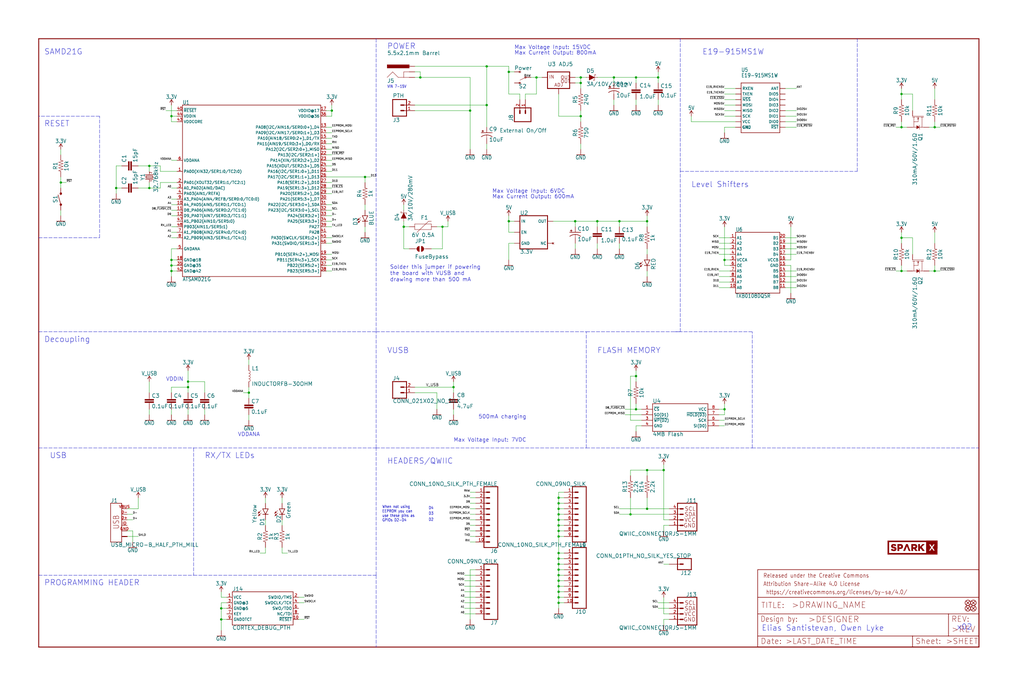
<source format=kicad_sch>
(kicad_sch (version 20211123) (generator eeschema)
  (paper "User" 470.306 317.906)
  (junction (at 78.74 119.38))
  (junction (at 429.26 124.46))
  (junction (at 152.4 50.8))
  (junction (at 266.7 35.56))
  (junction (at 292.1 172.72))
  (junction (at 27.94 83.82))
  (junction (at 193.04 35.56))
  (junction (at 203.2 104.14))
  (junction (at 256.54 269.24))
  (junction (at 266.7 53.34))
  (junction (at 414.02 58.42))
  (junction (at 414.02 124.46))
  (junction (at 68.58 76.2))
  (junction (at 256.54 228.6))
  (junction (at 223.52 30.48))
  (junction (at 256.54 233.68))
  (junction (at 101.6 284.48))
  (junction (at 292.1 187.96))
  (junction (at 297.18 215.9))
  (junction (at 297.18 101.6))
  (junction (at 332.74 187.96))
  (junction (at 185.42 104.14))
  (junction (at 256.54 238.76))
  (junction (at 68.58 86.36))
  (junction (at 256.54 266.7))
  (junction (at 256.54 274.32))
  (junction (at 264.16 101.6))
  (junction (at 167.64 81.28))
  (junction (at 256.54 271.78))
  (junction (at 266.7 38.1))
  (junction (at 233.68 33.02))
  (junction (at 281.94 35.56))
  (junction (at 256.54 256.54))
  (junction (at 429.26 58.42))
  (junction (at 215.9 50.8))
  (junction (at 78.74 124.46))
  (junction (at 53.34 86.36))
  (junction (at 256.54 236.22))
  (junction (at 289.56 236.22))
  (junction (at 256.54 243.84))
  (junction (at 332.74 119.38))
  (junction (at 114.3 180.34))
  (junction (at 274.32 101.6))
  (junction (at 302.26 35.56))
  (junction (at 304.8 215.9))
  (junction (at 256.54 241.3))
  (junction (at 256.54 276.86))
  (junction (at 208.28 177.8))
  (junction (at 284.48 101.6))
  (junction (at 256.54 259.08))
  (junction (at 414.02 109.22))
  (junction (at 256.54 261.62))
  (junction (at 223.52 48.26))
  (junction (at 233.68 101.6))
  (junction (at 297.18 233.68))
  (junction (at 256.54 246.38))
  (junction (at 256.54 264.16))
  (junction (at 78.74 53.34))
  (junction (at 101.6 279.4))
  (junction (at 86.36 177.8))
  (junction (at 256.54 231.14))
  (junction (at 78.74 121.92))
  (junction (at 256.54 254))
  (junction (at 86.36 175.26))
  (junction (at 292.1 35.56))
  (junction (at 414.02 43.18))
  (junction (at 246.38 35.56))
  (wire (pts (xy 55.88 86.36) (xy 53.34 86.36)))
  (wire (pts (xy 58.42 238.76) (xy 60.96 238.76)))
  (wire (pts (xy 215.9 241.3) (xy 218.44 241.3)))
  (wire (pts (xy 256.54 254) (xy 256.54 256.54)))
  (wire (pts (xy 266.7 35.56) (xy 266.7 38.1)))
  (wire (pts (xy 360.68 124.46) (xy 365.76 124.46)))
  (wire (pts (xy 81.28 114.3) (xy 78.74 114.3)))
  (wire (pts (xy 78.74 53.34) (xy 78.74 48.26)))
  (wire (pts (xy 365.76 55.88) (xy 360.68 55.88)))
  (wire (pts (xy 256.54 53.34) (xy 266.7 53.34)))
  (wire (pts (xy 149.86 58.42) (xy 152.4 58.42)))
  (wire (pts (xy 236.22 33.02) (xy 233.68 33.02)))
  (wire (pts (xy 419.1 50.8) (xy 419.1 43.18)))
  (polyline (pts (xy 345.44 205.74) (xy 345.44 152.4)))
  (wire (pts (xy 104.14 274.32) (xy 101.6 274.32)))
  (wire (pts (xy 93.98 175.26) (xy 86.36 175.26)))
  (wire (pts (xy 426.72 124.46) (xy 429.26 124.46)))
  (wire (pts (xy 259.08 269.24) (xy 256.54 269.24)))
  (wire (pts (xy 241.3 43.18) (xy 246.38 43.18)))
  (wire (pts (xy 317.5 55.88) (xy 317.5 53.34)))
  (wire (pts (xy 149.86 76.2) (xy 152.4 76.2)))
  (wire (pts (xy 414.02 43.18) (xy 414.02 45.72)))
  (wire (pts (xy 259.08 231.14) (xy 256.54 231.14)))
  (wire (pts (xy 292.1 170.18) (xy 292.1 172.72)))
  (wire (pts (xy 307.34 281.94) (xy 304.8 281.94)))
  (wire (pts (xy 149.86 81.28) (xy 167.64 81.28)))
  (wire (pts (xy 86.36 177.8) (xy 86.36 180.34)))
  (wire (pts (xy 360.68 58.42) (xy 365.76 58.42)))
  (wire (pts (xy 68.58 86.36) (xy 63.5 86.36)))
  (polyline (pts (xy 312.42 78.74) (xy 312.42 17.78)))
  (wire (pts (xy 307.34 279.4) (xy 302.26 279.4)))
  (wire (pts (xy 426.72 58.42) (xy 429.26 58.42)))
  (polyline (pts (xy 17.78 109.22) (xy 45.72 109.22)))
  (wire (pts (xy 218.44 279.4) (xy 213.36 279.4)))
  (wire (pts (xy 78.74 93.98) (xy 81.28 93.98)))
  (wire (pts (xy 73.66 78.74) (xy 73.66 76.2)))
  (polyline (pts (xy 172.72 152.4) (xy 269.24 152.4)))
  (wire (pts (xy 81.28 50.8) (xy 76.2 50.8)))
  (wire (pts (xy 101.6 284.48) (xy 101.6 289.56)))
  (wire (pts (xy 266.7 55.88) (xy 266.7 53.34)))
  (wire (pts (xy 27.94 83.82) (xy 27.94 81.28)))
  (wire (pts (xy 233.68 111.76) (xy 233.68 119.38)))
  (wire (pts (xy 307.34 284.48) (xy 304.8 284.48)))
  (polyline (pts (xy 312.42 78.74) (xy 393.7 78.74)))
  (wire (pts (xy 60.96 243.84) (xy 60.96 248.92)))
  (wire (pts (xy 363.22 119.38) (xy 363.22 104.14)))
  (wire (pts (xy 149.86 99.06) (xy 152.4 99.06)))
  (wire (pts (xy 264.16 114.3) (xy 264.16 111.76)))
  (wire (pts (xy 111.76 180.34) (xy 114.3 180.34)))
  (wire (pts (xy 332.74 119.38) (xy 332.74 104.14)))
  (wire (pts (xy 307.34 241.3) (xy 304.8 241.3)))
  (polyline (pts (xy 88.9 264.16) (xy 172.72 264.16)))
  (wire (pts (xy 274.32 35.56) (xy 281.94 35.56)))
  (wire (pts (xy 86.36 170.18) (xy 86.36 175.26)))
  (wire (pts (xy 223.52 48.26) (xy 223.52 30.48)))
  (wire (pts (xy 307.34 238.76) (xy 304.8 238.76)))
  (wire (pts (xy 149.86 93.98) (xy 152.4 93.98)))
  (wire (pts (xy 78.74 91.44) (xy 81.28 91.44)))
  (wire (pts (xy 360.68 121.92) (xy 363.22 121.92)))
  (wire (pts (xy 58.42 243.84) (xy 60.96 243.84)))
  (wire (pts (xy 360.68 116.84) (xy 365.76 116.84)))
  (wire (pts (xy 81.28 96.52) (xy 78.74 96.52)))
  (wire (pts (xy 264.16 35.56) (xy 266.7 35.56)))
  (wire (pts (xy 256.54 276.86) (xy 256.54 279.4)))
  (wire (pts (xy 81.28 55.88) (xy 78.74 55.88)))
  (wire (pts (xy 337.82 53.34) (xy 332.74 53.34)))
  (wire (pts (xy 289.56 218.44) (xy 289.56 215.9)))
  (wire (pts (xy 185.42 104.14) (xy 185.42 101.6)))
  (wire (pts (xy 337.82 45.72) (xy 332.74 45.72)))
  (wire (pts (xy 218.44 261.62) (xy 215.9 261.62)))
  (wire (pts (xy 218.44 281.94) (xy 213.36 281.94)))
  (wire (pts (xy 256.54 236.22) (xy 256.54 238.76)))
  (wire (pts (xy 149.86 116.84) (xy 152.4 116.84)))
  (wire (pts (xy 203.2 114.3) (xy 203.2 104.14)))
  (wire (pts (xy 114.3 180.34) (xy 114.3 177.8)))
  (wire (pts (xy 414.02 121.92) (xy 414.02 124.46)))
  (wire (pts (xy 218.44 266.7) (xy 213.36 266.7)))
  (wire (pts (xy 81.28 83.82) (xy 73.66 83.82)))
  (wire (pts (xy 256.54 231.14) (xy 256.54 233.68)))
  (wire (pts (xy 104.14 284.48) (xy 101.6 284.48)))
  (wire (pts (xy 68.58 76.2) (xy 63.5 76.2)))
  (wire (pts (xy 292.1 35.56) (xy 292.1 38.1)))
  (wire (pts (xy 259.08 236.22) (xy 256.54 236.22)))
  (wire (pts (xy 297.18 127) (xy 297.18 124.46)))
  (wire (pts (xy 101.6 274.32) (xy 101.6 271.78)))
  (wire (pts (xy 93.98 175.26) (xy 93.98 180.34)))
  (wire (pts (xy 218.44 264.16) (xy 213.36 264.16)))
  (wire (pts (xy 233.68 33.02) (xy 233.68 43.18)))
  (wire (pts (xy 81.28 53.34) (xy 78.74 53.34)))
  (wire (pts (xy 78.74 177.8) (xy 86.36 177.8)))
  (wire (pts (xy 259.08 238.76) (xy 256.54 238.76)))
  (wire (pts (xy 332.74 58.42) (xy 332.74 60.96)))
  (wire (pts (xy 190.5 180.34) (xy 200.66 180.34)))
  (wire (pts (xy 27.94 71.12) (xy 27.94 68.58)))
  (wire (pts (xy 289.56 172.72) (xy 292.1 172.72)))
  (wire (pts (xy 256.54 256.54) (xy 256.54 259.08)))
  (wire (pts (xy 243.84 35.56) (xy 246.38 35.56)))
  (wire (pts (xy 215.9 261.62) (xy 215.9 284.48)))
  (wire (pts (xy 236.22 111.76) (xy 233.68 111.76)))
  (wire (pts (xy 58.42 246.38) (xy 63.5 246.38)))
  (wire (pts (xy 218.44 248.92) (xy 215.9 248.92)))
  (wire (pts (xy 78.74 114.3) (xy 78.74 119.38)))
  (wire (pts (xy 149.86 63.5) (xy 152.4 63.5)))
  (wire (pts (xy 335.28 132.08) (xy 330.2 132.08)))
  (polyline (pts (xy 269.24 205.74) (xy 269.24 152.4)))
  (wire (pts (xy 337.82 48.26) (xy 332.74 48.26)))
  (wire (pts (xy 190.5 177.8) (xy 208.28 177.8)))
  (wire (pts (xy 78.74 187.96) (xy 78.74 190.5)))
  (wire (pts (xy 330.2 195.58) (xy 332.74 195.58)))
  (wire (pts (xy 101.6 276.86) (xy 101.6 279.4)))
  (wire (pts (xy 256.54 259.08) (xy 256.54 261.62)))
  (wire (pts (xy 360.68 129.54) (xy 365.76 129.54)))
  (wire (pts (xy 335.28 129.54) (xy 330.2 129.54)))
  (wire (pts (xy 208.28 187.96) (xy 208.28 190.5)))
  (wire (pts (xy 246.38 43.18) (xy 246.38 35.56)))
  (polyline (pts (xy 345.44 205.74) (xy 449.58 205.74)))
  (wire (pts (xy 360.68 119.38) (xy 363.22 119.38)))
  (wire (pts (xy 149.86 101.6) (xy 152.4 101.6)))
  (wire (pts (xy 360.68 132.08) (xy 365.76 132.08)))
  (wire (pts (xy 121.92 228.6) (xy 121.92 231.14)))
  (polyline (pts (xy 269.24 205.74) (xy 345.44 205.74)))
  (wire (pts (xy 360.68 40.64) (xy 365.76 40.64)))
  (wire (pts (xy 149.86 83.82) (xy 152.4 83.82)))
  (wire (pts (xy 414.02 58.42) (xy 411.48 58.42)))
  (wire (pts (xy 193.04 35.56) (xy 215.9 35.56)))
  (wire (pts (xy 256.54 261.62) (xy 256.54 264.16)))
  (wire (pts (xy 256.54 264.16) (xy 256.54 266.7)))
  (wire (pts (xy 30.48 83.82) (xy 27.94 83.82)))
  (wire (pts (xy 190.5 50.8) (xy 215.9 50.8)))
  (wire (pts (xy 152.4 50.8) (xy 152.4 48.26)))
  (wire (pts (xy 185.42 114.3) (xy 187.96 114.3)))
  (wire (pts (xy 218.44 228.6) (xy 215.9 228.6)))
  (wire (pts (xy 259.08 241.3) (xy 256.54 241.3)))
  (wire (pts (xy 429.26 58.42) (xy 431.8 58.42)))
  (wire (pts (xy 297.18 116.84) (xy 297.18 114.3)))
  (wire (pts (xy 129.54 238.76) (xy 129.54 241.3)))
  (wire (pts (xy 335.28 127) (xy 330.2 127)))
  (wire (pts (xy 68.58 187.96) (xy 68.58 190.5)))
  (wire (pts (xy 304.8 238.76) (xy 304.8 215.9)))
  (polyline (pts (xy 172.72 205.74) (xy 269.24 205.74)))
  (wire (pts (xy 360.68 111.76) (xy 365.76 111.76)))
  (wire (pts (xy 233.68 101.6) (xy 236.22 101.6)))
  (wire (pts (xy 149.86 71.12) (xy 152.4 71.12)))
  (wire (pts (xy 233.68 106.68) (xy 233.68 101.6)))
  (wire (pts (xy 304.8 281.94) (xy 304.8 274.32)))
  (wire (pts (xy 259.08 246.38) (xy 256.54 246.38)))
  (wire (pts (xy 167.64 96.52) (xy 167.64 93.98)))
  (wire (pts (xy 256.54 241.3) (xy 256.54 243.84)))
  (wire (pts (xy 259.08 264.16) (xy 256.54 264.16)))
  (wire (pts (xy 416.56 58.42) (xy 414.02 58.42)))
  (wire (pts (xy 259.08 259.08) (xy 256.54 259.08)))
  (wire (pts (xy 335.28 114.3) (xy 330.2 114.3)))
  (wire (pts (xy 419.1 43.18) (xy 414.02 43.18)))
  (wire (pts (xy 416.56 124.46) (xy 414.02 124.46)))
  (wire (pts (xy 304.8 241.3) (xy 304.8 243.84)))
  (wire (pts (xy 337.82 40.64) (xy 332.74 40.64)))
  (wire (pts (xy 297.18 218.44) (xy 297.18 215.9)))
  (wire (pts (xy 208.28 180.34) (xy 208.28 177.8)))
  (wire (pts (xy 81.28 124.46) (xy 78.74 124.46)))
  (wire (pts (xy 302.26 48.26) (xy 302.26 45.72)))
  (polyline (pts (xy 45.72 53.34) (xy 17.78 53.34)))
  (polyline (pts (xy 17.78 264.16) (xy 88.9 264.16)))
  (wire (pts (xy 137.16 276.86) (xy 139.7 276.86)))
  (wire (pts (xy 429.26 40.64) (xy 429.26 45.72)))
  (wire (pts (xy 259.08 261.62) (xy 256.54 261.62)))
  (wire (pts (xy 203.2 104.14) (xy 205.74 104.14)))
  (wire (pts (xy 149.86 86.36) (xy 152.4 86.36)))
  (wire (pts (xy 73.66 83.82) (xy 73.66 86.36)))
  (wire (pts (xy 185.42 104.14) (xy 185.42 114.3)))
  (wire (pts (xy 419.1 116.84) (xy 419.1 109.22)))
  (wire (pts (xy 223.52 68.58) (xy 223.52 66.04)))
  (wire (pts (xy 63.5 233.68) (xy 63.5 228.6)))
  (wire (pts (xy 27.94 86.36) (xy 27.94 83.82)))
  (wire (pts (xy 281.94 35.56) (xy 281.94 38.1)))
  (wire (pts (xy 78.74 86.36) (xy 81.28 86.36)))
  (wire (pts (xy 256.54 43.18) (xy 256.54 53.34)))
  (wire (pts (xy 284.48 114.3) (xy 284.48 111.76)))
  (wire (pts (xy 190.5 30.48) (xy 223.52 30.48)))
  (wire (pts (xy 86.36 187.96) (xy 86.36 190.5)))
  (wire (pts (xy 414.02 40.64) (xy 414.02 43.18)))
  (wire (pts (xy 68.58 175.26) (xy 68.58 180.34)))
  (wire (pts (xy 68.58 76.2) (xy 68.58 78.74)))
  (wire (pts (xy 81.28 99.06) (xy 78.74 99.06)))
  (wire (pts (xy 73.66 86.36) (xy 68.58 86.36)))
  (wire (pts (xy 294.64 195.58) (xy 292.1 195.58)))
  (wire (pts (xy 256.54 271.78) (xy 256.54 274.32)))
  (wire (pts (xy 365.76 53.34) (xy 360.68 53.34)))
  (polyline (pts (xy 88.9 205.74) (xy 88.9 264.16)))
  (wire (pts (xy 81.28 78.74) (xy 73.66 78.74)))
  (wire (pts (xy 68.58 83.82) (xy 68.58 86.36)))
  (wire (pts (xy 335.28 111.76) (xy 330.2 111.76)))
  (wire (pts (xy 121.92 254) (xy 119.38 254)))
  (polyline (pts (xy 172.72 17.78) (xy 172.72 152.4)))
  (wire (pts (xy 149.86 124.46) (xy 152.4 124.46)))
  (wire (pts (xy 137.16 274.32) (xy 139.7 274.32)))
  (wire (pts (xy 78.74 109.22) (xy 81.28 109.22)))
  (wire (pts (xy 307.34 236.22) (xy 289.56 236.22)))
  (wire (pts (xy 223.52 30.48) (xy 233.68 30.48)))
  (polyline (pts (xy 345.44 152.4) (xy 309.88 152.4)))
  (wire (pts (xy 149.86 73.66) (xy 152.4 73.66)))
  (wire (pts (xy 304.8 284.48) (xy 304.8 287.02)))
  (wire (pts (xy 274.32 114.3) (xy 274.32 111.76)))
  (wire (pts (xy 78.74 119.38) (xy 78.74 121.92)))
  (wire (pts (xy 81.28 104.14) (xy 78.74 104.14)))
  (wire (pts (xy 129.54 251.46) (xy 129.54 254)))
  (wire (pts (xy 292.1 185.42) (xy 292.1 187.96)))
  (wire (pts (xy 266.7 53.34) (xy 266.7 50.8)))
  (wire (pts (xy 264.16 101.6) (xy 264.16 104.14)))
  (wire (pts (xy 429.26 121.92) (xy 429.26 124.46)))
  (wire (pts (xy 215.9 35.56) (xy 215.9 50.8)))
  (wire (pts (xy 332.74 121.92) (xy 332.74 119.38)))
  (wire (pts (xy 289.56 215.9) (xy 297.18 215.9)))
  (wire (pts (xy 185.42 93.98) (xy 185.42 96.52)))
  (wire (pts (xy 53.34 88.9) (xy 53.34 86.36)))
  (wire (pts (xy 302.26 33.02) (xy 302.26 35.56)))
  (wire (pts (xy 149.86 60.96) (xy 152.4 60.96)))
  (wire (pts (xy 256.54 246.38) (xy 256.54 254)))
  (wire (pts (xy 149.86 109.22) (xy 152.4 109.22)))
  (wire (pts (xy 58.42 233.68) (xy 63.5 233.68)))
  (wire (pts (xy 335.28 119.38) (xy 332.74 119.38)))
  (wire (pts (xy 365.76 50.8) (xy 360.68 50.8)))
  (polyline (pts (xy 45.72 109.22) (xy 45.72 53.34)))
  (wire (pts (xy 259.08 276.86) (xy 256.54 276.86)))
  (wire (pts (xy 193.04 33.02) (xy 193.04 35.56)))
  (wire (pts (xy 236.22 106.68) (xy 233.68 106.68)))
  (wire (pts (xy 289.56 236.22) (xy 284.48 236.22)))
  (polyline (pts (xy 269.24 152.4) (xy 312.42 152.4)))
  (wire (pts (xy 332.74 190.5) (xy 332.74 187.96)))
  (wire (pts (xy 73.66 76.2) (xy 68.58 76.2)))
  (wire (pts (xy 307.34 276.86) (xy 302.26 276.86)))
  (wire (pts (xy 256.54 238.76) (xy 256.54 241.3)))
  (wire (pts (xy 114.3 182.88) (xy 114.3 180.34)))
  (wire (pts (xy 292.1 48.26) (xy 292.1 45.72)))
  (wire (pts (xy 297.18 228.6) (xy 297.18 233.68)))
  (wire (pts (xy 167.64 83.82) (xy 167.64 81.28)))
  (wire (pts (xy 335.28 116.84) (xy 330.2 116.84)))
  (wire (pts (xy 78.74 180.34) (xy 78.74 177.8)))
  (wire (pts (xy 294.64 193.04) (xy 289.56 193.04)))
  (wire (pts (xy 149.86 121.92) (xy 152.4 121.92)))
  (wire (pts (xy 284.48 101.6) (xy 297.18 101.6)))
  (wire (pts (xy 238.76 45.72) (xy 238.76 43.18)))
  (wire (pts (xy 200.66 180.34) (xy 200.66 187.96)))
  (wire (pts (xy 332.74 187.96) (xy 332.74 185.42)))
  (wire (pts (xy 200.66 104.14) (xy 203.2 104.14)))
  (wire (pts (xy 289.56 228.6) (xy 289.56 236.22)))
  (wire (pts (xy 233.68 30.48) (xy 233.68 33.02)))
  (wire (pts (xy 86.36 175.26) (xy 86.36 177.8)))
  (wire (pts (xy 218.44 238.76) (xy 215.9 238.76)))
  (wire (pts (xy 256.54 243.84) (xy 256.54 246.38)))
  (wire (pts (xy 256.54 228.6) (xy 256.54 231.14)))
  (wire (pts (xy 307.34 233.68) (xy 297.18 233.68)))
  (wire (pts (xy 218.44 233.68) (xy 215.9 233.68)))
  (wire (pts (xy 93.98 187.96) (xy 93.98 190.5)))
  (wire (pts (xy 129.54 254) (xy 132.08 254)))
  (wire (pts (xy 149.86 111.76) (xy 152.4 111.76)))
  (wire (pts (xy 259.08 233.68) (xy 256.54 233.68)))
  (wire (pts (xy 259.08 274.32) (xy 256.54 274.32)))
  (polyline (pts (xy 393.7 78.74) (xy 393.7 17.78)))
  (wire (pts (xy 149.86 66.04) (xy 152.4 66.04)))
  (wire (pts (xy 264.16 101.6) (xy 274.32 101.6)))
  (wire (pts (xy 78.74 55.88) (xy 78.74 53.34)))
  (wire (pts (xy 78.74 124.46) (xy 78.74 127)))
  (wire (pts (xy 360.68 114.3) (xy 365.76 114.3)))
  (polyline (pts (xy 17.78 152.4) (xy 172.72 152.4)))
  (wire (pts (xy 149.86 50.8) (xy 152.4 50.8)))
  (wire (pts (xy 414.02 106.68) (xy 414.02 109.22)))
  (wire (pts (xy 218.44 276.86) (xy 213.36 276.86)))
  (wire (pts (xy 363.22 121.92) (xy 363.22 134.62)))
  (wire (pts (xy 266.7 66.04) (xy 266.7 68.58)))
  (wire (pts (xy 190.5 33.02) (xy 193.04 33.02)))
  (wire (pts (xy 289.56 193.04) (xy 289.56 172.72)))
  (wire (pts (xy 233.68 101.6) (xy 233.68 99.06)))
  (wire (pts (xy 121.92 238.76) (xy 121.92 241.3)))
  (wire (pts (xy 266.7 38.1) (xy 264.16 38.1)))
  (wire (pts (xy 218.44 236.22) (xy 215.9 236.22)))
  (wire (pts (xy 27.94 96.52) (xy 27.94 99.06)))
  (wire (pts (xy 259.08 266.7) (xy 256.54 266.7)))
  (polyline (pts (xy 172.72 264.16) (xy 172.72 297.18)))
  (wire (pts (xy 302.26 38.1) (xy 302.26 35.56)))
  (wire (pts (xy 187.96 104.14) (xy 185.42 104.14)))
  (wire (pts (xy 256.54 226.06) (xy 256.54 228.6)))
  (wire (pts (xy 215.9 243.84) (xy 218.44 243.84)))
  (wire (pts (xy 330.2 187.96) (xy 332.74 187.96)))
  (wire (pts (xy 218.44 246.38) (xy 215.9 246.38)))
  (wire (pts (xy 335.28 121.92) (xy 332.74 121.92)))
  (wire (pts (xy 274.32 101.6) (xy 284.48 101.6)))
  (wire (pts (xy 121.92 251.46) (xy 121.92 254)))
  (wire (pts (xy 58.42 236.22) (xy 60.96 236.22)))
  (wire (pts (xy 281.94 48.26) (xy 281.94 45.72)))
  (wire (pts (xy 256.54 269.24) (xy 256.54 271.78)))
  (wire (pts (xy 360.68 127) (xy 365.76 127)))
  (wire (pts (xy 218.44 274.32) (xy 213.36 274.32)))
  (wire (pts (xy 241.3 45.72) (xy 241.3 43.18)))
  (wire (pts (xy 78.74 121.92) (xy 78.74 124.46)))
  (wire (pts (xy 259.08 271.78) (xy 256.54 271.78)))
  (wire (pts (xy 218.44 226.06) (xy 215.9 226.06)))
  (wire (pts (xy 53.34 76.2) (xy 53.34 86.36)))
  (wire (pts (xy 223.52 48.26) (xy 223.52 58.42)))
  (polyline (pts (xy 88.9 205.74) (xy 172.72 205.74)))
  (wire (pts (xy 205.74 104.14) (xy 205.74 101.6)))
  (wire (pts (xy 330.2 190.5) (xy 332.74 190.5)))
  (wire (pts (xy 266.7 35.56) (xy 269.24 35.56)))
  (wire (pts (xy 307.34 259.08) (xy 304.8 259.08)))
  (wire (pts (xy 149.86 88.9) (xy 152.4 88.9)))
  (wire (pts (xy 254 101.6) (xy 264.16 101.6)))
  (wire (pts (xy 149.86 78.74) (xy 152.4 78.74)))
  (wire (pts (xy 167.64 81.28) (xy 170.18 81.28)))
  (wire (pts (xy 104.14 279.4) (xy 101.6 279.4)))
  (wire (pts (xy 335.28 109.22) (xy 330.2 109.22)))
  (wire (pts (xy 259.08 226.06) (xy 256.54 226.06)))
  (wire (pts (xy 256.54 233.68) (xy 256.54 236.22)))
  (wire (pts (xy 149.86 104.14) (xy 152.4 104.14)))
  (wire (pts (xy 429.26 106.68) (xy 429.26 111.76)))
  (wire (pts (xy 292.1 195.58) (xy 292.1 198.12)))
  (wire (pts (xy 419.1 109.22) (xy 414.02 109.22)))
  (wire (pts (xy 335.28 124.46) (xy 330.2 124.46)))
  (wire (pts (xy 218.44 231.14) (xy 215.9 231.14)))
  (wire (pts (xy 256.54 274.32) (xy 256.54 276.86)))
  (wire (pts (xy 190.5 48.26) (xy 223.52 48.26)))
  (wire (pts (xy 149.86 68.58) (xy 152.4 68.58)))
  (wire (pts (xy 297.18 233.68) (xy 284.48 233.68)))
  (wire (pts (xy 129.54 228.6) (xy 129.54 231.14)))
  (wire (pts (xy 259.08 256.54) (xy 256.54 256.54)))
  (wire (pts (xy 297.18 101.6) (xy 297.18 104.14)))
  (wire (pts (xy 78.74 106.68) (xy 81.28 106.68)))
  (wire (pts (xy 360.68 109.22) (xy 365.76 109.22)))
  (wire (pts (xy 256.54 266.7) (xy 256.54 269.24)))
  (wire (pts (xy 304.8 215.9) (xy 304.8 213.36)))
  (wire (pts (xy 101.6 279.4) (xy 101.6 284.48)))
  (wire (pts (xy 104.14 276.86) (xy 101.6 276.86)))
  (wire (pts (xy 218.44 269.24) (xy 213.36 269.24)))
  (wire (pts (xy 337.82 55.88) (xy 317.5 55.88)))
  (wire (pts (xy 114.3 165.1) (xy 114.3 167.64)))
  (wire (pts (xy 259.08 228.6) (xy 256.54 228.6)))
  (wire (pts (xy 149.86 96.52) (xy 152.4 96.52)))
  (wire (pts (xy 337.82 58.42) (xy 332.74 58.42)))
  (polyline (pts (xy 17.78 205.74) (xy 88.9 205.74)))
  (wire (pts (xy 287.02 187.96) (xy 292.1 187.96)))
  (wire (pts (xy 337.82 50.8) (xy 332.74 50.8)))
  (wire (pts (xy 414.02 124.46) (xy 411.48 124.46)))
  (polyline (pts (xy 312.42 152.4) (xy 312.42 78.74)))
  (wire (pts (xy 294.64 187.96) (xy 292.1 187.96)))
  (wire (pts (xy 248.92 35.56) (xy 246.38 35.56)))
  (wire (pts (xy 259.08 254) (xy 256.54 254)))
  (wire (pts (xy 297.18 215.9) (xy 304.8 215.9)))
  (wire (pts (xy 330.2 193.04) (xy 332.74 193.04)))
  (wire (pts (xy 337.82 43.18) (xy 332.74 43.18)))
  (wire (pts (xy 215.9 50.8) (xy 215.9 68.58)))
  (polyline (pts (xy 172.72 264.16) (xy 172.72 205.74)))
  (wire (pts (xy 414.02 55.88) (xy 414.02 58.42)))
  (wire (pts (xy 429.26 55.88) (xy 429.26 58.42)))
  (wire (pts (xy 294.64 190.5) (xy 287.02 190.5)))
  (wire (pts (xy 259.08 243.84) (xy 256.54 243.84)))
  (wire (pts (xy 78.74 119.38) (xy 81.28 119.38)))
  (wire (pts (xy 198.12 114.3) (xy 203.2 114.3)))
  (wire (pts (xy 429.26 124.46) (xy 431.8 124.46)))
  (wire (pts (xy 274.32 101.6) (xy 274.32 104.14)))
  (wire (pts (xy 149.86 119.38) (xy 152.4 119.38)))
  (wire (pts (xy 149.86 53.34) (xy 152.4 53.34)))
  (wire (pts (xy 152.4 53.34) (xy 152.4 50.8)))
  (wire (pts (xy 81.28 121.92) (xy 78.74 121.92)))
  (wire (pts (xy 292.1 172.72) (xy 292.1 175.26)))
  (wire (pts (xy 414.02 109.22) (xy 414.02 111.76)))
  (wire (pts (xy 218.44 271.78) (xy 213.36 271.78)))
  (wire (pts (xy 114.3 190.5) (xy 114.3 193.04)))
  (wire (pts (xy 167.64 106.68) (xy 167.64 104.14)))
  (wire (pts (xy 266.7 40.64) (xy 266.7 38.1)))
  (wire (pts (xy 81.28 73.66) (xy 78.74 73.66)))
  (wire (pts (xy 297.18 101.6) (xy 297.18 99.06)))
  (wire (pts (xy 238.76 43.18) (xy 233.68 43.18)))
  (polyline (pts (xy 172.72 205.74) (xy 172.72 152.4)))
  (wire (pts (xy 281.94 35.56) (xy 292.1 35.56)))
  (wire (pts (xy 55.88 76.2) (xy 53.34 76.2)))
  (wire (pts (xy 190.5 35.56) (xy 193.04 35.56)))
  (wire (pts (xy 208.28 175.26) (xy 208.28 177.8)))
  (wire (pts (xy 284.48 104.14) (xy 284.48 101.6)))
  (wire (pts (xy 292.1 35.56) (xy 302.26 35.56)))
  (wire (pts (xy 137.16 284.48) (xy 139.7 284.48)))
  (text "When not using\nEEPROM you can\nuse these pins as\nGPIOs D2-D4" (at 175.514 239.776 180) (effects (font (size 1.27 1.0795)) (justify left bottom)))
  (text "Level Shifters" (at 317.5 86.36 180) (effects (font (size 2.54 2.54)) (justify left bottom)))
  (text "VUSB" (at 177.8 162.56 180) (effects (font (size 2.54 2.54)) (justify left bottom)))
  (text "E19-915MS1W" (at 322.58 25.4 180) (effects (font (size 2.54 2.54)) (justify left bottom)))
  (text "x02" (at 439.42 289.56 180) (effects (font (size 2.54 2.54)) (justify left bottom)))
  (text "SAMD21G" (at 20.32 25.4 180) (effects (font (size 2.54 2.54)) (justify left bottom)))
  (text "Max Current Output: 600mA" (at 226.06 91.44 180) (effects (font (size 1.778 1.778)) (justify left bottom)))
  (text "RESET" (at 20.32 58.42 180) (effects (font (size 2.54 2.54)) (justify left bottom)))
  (text "Decoupling" (at 20.32 157.48 180) (effects (font (size 2.54 2.54)) (justify left bottom)))
  (text "D3" (at 196.85 236.728 180) (effects (font (size 1.27 1.0795)) (justify left bottom)))
  (text "Max Current Output: 800mA" (at 236.22 25.4 180) (effects (font (size 1.778 1.778)) (justify left bottom)))
  (text "PROGRAMMING HEADER" (at 20.32 269.24 180) (effects (font (size 2.54 2.54)) (justify left bottom)))
  (text "Max Voltage Input: 6VDC" (at 226.06 88.9 180) (effects (font (size 1.778 1.778)) (justify left bottom)))
  (text "USB" (at 22.86 210.82 180) (effects (font (size 2.54 2.54)) (justify left bottom)))
  (text "VIN 7-15V" (at 177.8 40.64 180) (effects (font (size 1.27 1.0795)) (justify left bottom)))
  (text "VDDANA" (at 109.22 200.66 180) (effects (font (size 1.778 1.778)) (justify left bottom)))
  (text "FLASH MEMORY" (at 274.32 162.56 180) (effects (font (size 2.54 2.54)) (justify left bottom)))
  (text "Solder this jumper if powering\nthe board with VUSB and\ndrawing more than 500 mA" (at 179.07 129.54 180) (effects (font (size 1.778 1.778)) (justify left bottom)))
  (text "VDDIN" (at 76.2 175.26 180) (effects (font (size 1.778 1.778)) (justify left bottom)))
  (text "D2" (at 196.85 239.522 180) (effects (font (size 1.27 1.0795)) (justify left bottom)))
  (text "POWER" (at 177.8 22.86 180) (effects (font (size 2.54 2.54)) (justify left bottom)))
  (text "500mA charging" (at 219.71 192.532 180) (effects (font (size 1.778 1.778)) (justify left bottom)))
  (text "HEADERS/QWIIC" (at 177.8 213.36 180) (effects (font (size 2.54 2.54)) (justify left bottom)))
  (text "Max Voltage Input: 7VDC" (at 208.28 203.2 180) (effects (font (size 1.778 1.778)) (justify left bottom)))
  (text "Max Voltage Input: 15VDC" (at 236.22 22.86 180) (effects (font (size 1.778 1.778)) (justify left bottom)))
  (text "RX/TX LEDs" (at 93.98 210.82 180) (effects (font (size 2.54 2.54)) (justify left bottom)))
  (text "D4" (at 196.85 234.188 180) (effects (font (size 1.27 1.0795)) (justify left bottom)))
  (text "Elias Santistevan, Owen Lyke" (at 349.758 290.068 180) (effects (font (size 2.54 2.54)) (justify left bottom)))
  (label "RX_LED" (at 78.74 104.14 180) (effects (font (size 0.889 0.889))))
  (label "D11" (at 330.2 132.08 180) (effects (font (size 0.889 0.889))))
  (label "A0" (at 213.36 281.94 180) (effects (font (size 0.889 0.889))))
  (label "E19_RXEN5V" (at 332.74 40.64 180) (effects (font (size 0.889 0.889))))
  (label "TXO" (at 152.4 63.5 0) (effects (font (size 0.889 0.889))))
  (label "SHLD" (at 63.5 246.38 0) (effects (font (size 0.889 0.889))))
  (label "SCK5V" (at 365.76 109.22 0) (effects (font (size 0.889 0.889))))
  (label "EEPROM_MISO" (at 152.4 73.66 0) (effects (font (size 0.889 0.889))))
  (label "E19_INT" (at 152.4 88.9 0) (effects (font (size 0.889 0.889))))
  (label "E19_TXEN" (at 152.4 121.92 0) (effects (font (size 0.889 0.889))))
  (label "SCK" (at 152.4 119.38 0) (effects (font (size 0.889 0.889))))
  (label "RAW" (at 243.84 35.56 180) (effects (font (size 1.016 1.016))))
  (label "MOSI" (at 152.4 116.84 0) (effects (font (size 0.889 0.889))))
  (label "SCL" (at 152.4 96.52 0) (effects (font (size 0.889 0.889))))
  (label "A2" (at 213.36 276.86 180) (effects (font (size 0.889 0.889))))
  (label "D8_~{FLASH_CS}" (at 78.74 96.52 180) (effects (font (size 0.889 0.889))))
  (label "SDA" (at 152.4 93.98 0) (effects (font (size 0.889 0.889))))
  (label "MISO" (at 213.36 264.16 180) (effects (font (size 0.889 0.889))))
  (label "A1" (at 78.74 106.68 180) (effects (font (size 0.889 0.889))))
  (label "~{RST}" (at 30.48 83.82 0) (effects (font (size 0.889 0.889))))
  (label "D+" (at 60.96 238.76 0) (effects (font (size 0.889 0.889))))
  (label "E19_TXEN" (at 330.2 116.84 180) (effects (font (size 0.889 0.889))))
  (label "~{E19_CS}" (at 152.4 86.36 0) (effects (font (size 0.889 0.889))))
  (label "D5" (at 215.9 241.3 180) (effects (font (size 0.889 0.889))))
  (label "VDDANA" (at 111.76 180.34 180) (effects (font (size 0.889 0.889))))
  (label "SCL" (at 284.48 233.68 180) (effects (font (size 0.889 0.889))))
  (label "E19_RXEN5V" (at 365.76 124.46 0) (effects (font (size 0.889 0.889))))
  (label "SDA" (at 302.26 279.4 180) (effects (font (size 0.889 0.889))))
  (label "TX_LED" (at 132.08 254 0) (effects (font (size 0.889 0.889))))
  (label "~{E19_CS}" (at 411.48 124.46 180) (effects (font (size 0.889 0.889))))
  (label "EEPROM_MISO" (at 215.9 238.76 180) (effects (font (size 0.889 0.889))))
  (label "DIO05V" (at 365.76 127 0) (effects (font (size 0.889 0.889))))
  (label "A3" (at 78.74 91.44 180) (effects (font (size 0.889 0.889))))
  (label "RAW" (at 215.9 226.06 180) (effects (font (size 0.889 0.889))))
  (label "V_USB" (at 195.58 177.8 0) (effects (font (size 1.2446 1.2446))))
  (label "E19_TXEN5V" (at 365.76 116.84 0) (effects (font (size 0.889 0.889))))
  (label "EEPROM_MOSI" (at 215.9 233.68 180) (effects (font (size 0.889 0.889))))
  (label "SDA" (at 284.48 236.22 180) (effects (font (size 0.889 0.889))))
  (label "D-" (at 152.4 99.06 0) (effects (font (size 0.889 0.889))))
  (label "A3" (at 213.36 274.32 180) (effects (font (size 0.889 0.889))))
  (label "MISO5V" (at 365.76 111.76 0) (effects (font (size 0.889 0.889))))
  (label "MOSI5V" (at 365.76 114.3 0) (effects (font (size 0.889 0.889))))
  (label "SCK5V" (at 332.74 53.34 180) (effects (font (size 0.889 0.889))))
  (label "DIO15V" (at 365.76 129.54 0) (effects (font (size 0.889 0.889))))
  (label "E19_RXEN" (at 330.2 124.46 180) (effects (font (size 0.889 0.889))))
  (label "D+" (at 152.4 101.6 0) (effects (font (size 0.889 0.889))))
  (label "DIO15V" (at 365.76 53.34 0) (effects (font (size 0.889 0.889))))
  (label "MOSI5V" (at 332.74 48.26 180) (effects (font (size 0.889 0.889))))
  (label "3.3V" (at 215.9 228.6 180) (effects (font (size 0.889 0.889))))
  (label "MISO" (at 152.4 68.58 0) (effects (font (size 0.889 0.889))))
  (label "SCK" (at 213.36 269.24 180) (effects (font (size 0.889 0.889))))
  (label "D13" (at 170.18 81.28 0) (effects (font (size 0.889 0.889))))
  (label "~{RST}" (at 139.7 284.48 0) (effects (font (size 0.889 0.889))))
  (label "~{RST}" (at 76.2 50.8 180) (effects (font (size 0.889 0.889))))
  (label "EEPROM_SCLK" (at 215.9 236.22 180) (effects (font (size 0.889 0.889))))
  (label "E19_TXEN5V" (at 332.74 43.18 180) (effects (font (size 0.889 0.889))))
  (label "MOSI" (at 330.2 114.3 180) (effects (font (size 0.889 0.889))))
  (label "SWDCLK" (at 152.4 109.22 0) (effects (font (size 0.889 0.889))))
  (label "D9" (at 78.74 99.06 180) (effects (font (size 0.889 0.889))))
  (label "EEPROM_MOSI" (at 332.74 195.58 0) (effects (font (size 0.889 0.889))))
  (label "D8_~{FLASH_CS}" (at 287.02 187.96 180) (effects (font (size 0.889 0.889))))
  (label "DIO05V" (at 365.76 55.88 0) (effects (font (size 0.889 0.889))))
  (label "D5" (at 152.4 76.2 0) (effects (font (size 0.889 0.889))))
  (label "~{E19_CS5V}" (at 332.74 45.72 180) (effects (font (size 0.889 0.889))))
  (label "MISO" (at 330.2 111.76 180) (effects (font (size 0.889 0.889))))
  (label "~{E19_CS5V}" (at 431.8 124.46 0) (effects (font (size 0.889 0.889))))
  (label "D9" (at 215.9 231.14 180) (effects (font (size 0.889 0.889))))
  (label "A0" (at 78.74 86.36 180) (effects (font (size 0.889 0.889))))
  (label "SWDIO" (at 139.7 274.32 0) (effects (font (size 0.889 0.889))))
  (label "~{E19_RST5V}" (at 431.8 58.42 0) (effects (font (size 0.889 0.889))))
  (label "D-" (at 60.96 236.22 0) (effects (font (size 0.889 0.889))))
  (label "MOSI" (at 213.36 266.7 180) (effects (font (size 0.889 0.889))))
  (label "~{E19_RST}" (at 152.4 71.12 0) (effects (font (size 0.889 0.889))))
  (label "RXI" (at 215.9 248.92 180) (effects (font (size 0.889 0.889))))
  (label "E19_INT" (at 330.2 127 180) (effects (font (size 0.889 0.889))))
  (label "EEPROM_SCLK" (at 332.74 193.04 0) (effects (font (size 0.889 0.889))))
  (label "~{RST}" (at 215.9 243.84 180) (effects (font (size 0.889 0.889))))
  (label "SCL" (at 302.26 276.86 180) (effects (font (size 0.889 0.889))))
  (label "SWDCLK" (at 139.7 276.86 0) (effects (font (size 0.889 0.889))))
  (label "EEPROM_MISO" (at 287.02 190.5 180) (effects (font (size 0.889 0.889))))
  (label "TX_LED" (at 152.4 104.14 0) (effects (font (size 0.889 0.889))))
  (label "~{E19_RST}" (at 411.48 58.42 180) (effects (font (size 0.889 0.889))))
  (label "RXI" (at 152.4 66.04 0) (effects (font (size 0.889 0.889))))
  (label "SCK" (at 330.2 109.22 180) (effects (font (size 0.889 0.889))))
  (label "ANT" (at 304.8 259.08 180) (effects (font (size 0.889 0.889))))
  (label "A2" (at 78.74 109.22 180) (effects (font (size 0.889 0.889))))
  (label "E19_RXEN" (at 152.4 124.46 0) (effects (font (size 0.889 0.889))))
  (label "A4" (at 78.74 93.98 180) (effects (font (size 0.889 0.889))))
  (label "D10" (at 330.2 129.54 180) (effects (font (size 0.889 0.889))))
  (label "DIO25V" (at 365.76 132.08 0) (effects (font (size 0.889 0.889))))
  (label "D11" (at 152.4 78.74 0) (effects (font (size 0.889 0.889))))
  (label "MISO5V" (at 332.74 50.8 180) (effects (font (size 0.889 0.889))))
  (label "RX_LED" (at 119.38 254 180) (effects (font (size 0.889 0.889))))
  (label "A1" (at 213.36 279.4 180) (effects (font (size 0.889 0.889))))
  (label "DIO25V" (at 365.76 50.8 0) (effects (font (size 0.889 0.889))))
  (label "SWDIO" (at 152.4 111.76 0) (effects (font (size 0.889 0.889))))
  (label "ANT" (at 365.76 40.64 0) (effects (font (size 0.889 0.889))))
  (label "EEPROM_MOSI" (at 152.4 58.42 0) (effects (font (size 0.889 0.889))))
  (label "~{E19_RST5V}" (at 365.76 58.42 0) (effects (font (size 0.889 0.889))))
  (label "EEPROM_SCLK" (at 152.4 60.96 0) (effects (font (size 0.889 0.889))))
  (label "D10" (at 152.4 83.82 0) (effects (font (size 0.889 0.889))))
  (label "TXO" (at 215.9 246.38 180) (effects (font (size 0.889 0.889))))
  (label "A4" (at 213.36 271.78 180) (effects (font (size 0.889 0.889))))
  (label "VDDANA" (at 78.74 73.66 180) (effects (font (size 0.889 0.889))))
  (symbol (lib_id "eagleSchem-eagle-import:1KOHM-0603-1{slash}10W-1%") (at 129.54 246.38 90) (unit 1)
    (property "Reference" "R3" (at 128.016 246.38 0) (effects (font (size 1.778 1.778)) (justify bottom)))
    (property "Value" "1k" (at 131.064 246.38 0) (effects (font (size 1.778 1.778)) (justify top)))
    (property "Footprint" "eagleSchem:0603" (effects hide))
  )
  (symbol (lib_id "eagleSchem-eagle-import:15PF-0603-50V-5%") (at 60.96 86.36 90) (unit 1)
    (property "Reference" "C2" (at 58.039 84.836 0) (effects (font (size 1.778 1.778)) (justify left bottom)))
    (property "Value" "15pF" (at 63.119 84.836 0) (effects (font (size 1.778 1.778)) (justify left bottom)))
    (property "Footprint" "eagleSchem:0603" (effects hide))
  )
  (symbol (lib_id "eagleSchem-eagle-import:5V") (at 185.42 93.98 0) (unit 1)
    (property "Reference" "#SUPPLY9" (effects hide))
    (property "Value" "5V" (at 185.42 91.186 0) (effects (font (size 1.778 1.5113)) (justify bottom)))
    (property "Footprint" "eagleSchem:" (effects hide))
  )
  (symbol (lib_id "eagleSchem-eagle-import:5V") (at 429.26 40.64 0) (unit 1)
    (property "Reference" "#SUPPLY22" (effects hide))
    (property "Value" "5V" (at 429.26 37.846 0) (effects (font (size 1.778 1.5113)) (justify bottom)))
    (property "Footprint" "eagleSchem:" (effects hide))
  )
  (symbol (lib_id "eagleSchem-eagle-import:5V") (at 302.26 33.02 0) (unit 1)
    (property "Reference" "#SUPPLY13" (effects hide))
    (property "Value" "5V" (at 302.26 30.226 0) (effects (font (size 1.778 1.5113)) (justify bottom)))
    (property "Footprint" "eagleSchem:" (effects hide))
  )
  (symbol (lib_id "eagleSchem-eagle-import:750OHM-0603-1{slash}10W-1%") (at 266.7 60.96 90) (unit 1)
    (property "Reference" "R6" (at 265.176 60.96 0) (effects (font (size 1.778 1.778)) (justify bottom)))
    (property "Value" "750" (at 268.224 60.96 0) (effects (font (size 1.778 1.778)) (justify top)))
    (property "Footprint" "eagleSchem:0603" (effects hide))
  )
  (symbol (lib_id "eagleSchem-eagle-import:DIODE-SCHOTTKY-BAT60A") (at 185.42 99.06 90) (unit 1)
    (property "Reference" "D4" (at 183.388 101.6 0) (effects (font (size 1.778 1.778)) (justify left bottom)))
    (property "Value" "3A/10V/280mV" (at 187.452 101.6 0) (effects (font (size 1.778 1.778)) (justify left top)))
    (property "Footprint" "eagleSchem:SOD-323" (effects hide))
  )
  (symbol (lib_id "eagleSchem-eagle-import:3.3V") (at 292.1 170.18 0) (unit 1)
    (property "Reference" "#SUPPLY11" (effects hide))
    (property "Value" "3.3V" (at 292.1 167.386 0) (effects (font (size 1.778 1.5113)) (justify bottom)))
    (property "Footprint" "eagleSchem:" (effects hide))
  )
  (symbol (lib_id "eagleSchem-eagle-import:GND") (at 302.26 50.8 0) (unit 1)
    (property "Reference" "#GND17" (effects hide))
    (property "Value" "GND" (at 302.26 51.054 0) (effects (font (size 1.778 1.5113)) (justify top)))
    (property "Footprint" "eagleSchem:" (effects hide))
  )
  (symbol (lib_id "eagleSchem-eagle-import:FIDUCIAL1X2") (at 447.04 279.4 0) (unit 1)
    (property "Reference" "FD4" (effects hide))
    (property "Value" "FIDUCIAL1X2" (effects hide))
    (property "Footprint" "eagleSchem:FIDUCIAL-1X2" (effects hide))
  )
  (symbol (lib_id "eagleSchem-eagle-import:GND") (at 200.66 190.5 0) (unit 1)
    (property "Reference" "#GND13" (effects hide))
    (property "Value" "GND" (at 200.66 190.754 0) (effects (font (size 1.778 1.5113)) (justify top)))
    (property "Footprint" "eagleSchem:" (effects hide))
  )
  (symbol (lib_id "eagleSchem-eagle-import:MOMENTARY-SWITCH-SPST-SMD-5.2-REDUNDANT") (at 27.94 91.44 90) (unit 1)
    (property "Reference" "S1" (at 26.416 91.44 0) (effects (font (size 1.778 1.778)) (justify bottom)))
    (property "Value" "MOMENTARY-SWITCH-SPST-SMD-5.2-REDUNDANT" (effects hide))
    (property "Footprint" "eagleSchem:TACTILE_SWITCH_SMD_5.2MM" (effects hide))
  )
  (symbol (lib_id "eagleSchem-eagle-import:5V") (at 317.5 53.34 0) (unit 1)
    (property "Reference" "#SUPPLY16" (effects hide))
    (property "Value" "5V" (at 317.5 50.546 0) (effects (font (size 1.778 1.5113)) (justify bottom)))
    (property "Footprint" "eagleSchem:" (effects hide))
  )
  (symbol (lib_id "eagleSchem-eagle-import:0.1UF-0603-25V-(+80{slash}-20%)") (at 68.58 182.88 180) (unit 1)
    (property "Reference" "C3" (at 69.596 182.753 0) (effects (font (size 1.778 1.778)) (justify right top)))
    (property "Value" "0.1uF" (at 69.596 187.579 0) (effects (font (size 1.778 1.778)) (justify right top)))
    (property "Footprint" "eagleSchem:0603" (effects hide))
  )
  (symbol (lib_id "eagleSchem-eagle-import:V_USB") (at 68.58 175.26 0) (unit 1)
    (property "Reference" "#SUPPLY4" (effects hide))
    (property "Value" "V_USB" (at 68.58 172.466 0) (effects (font (size 1.778 1.5113)) (justify bottom)))
    (property "Footprint" "eagleSchem:" (effects hide))
  )
  (symbol (lib_id "eagleSchem-eagle-import:CONN_10NO_SILK_PTH_FEMALE") (at 228.6 243.84 180) (unit 1)
    (property "Reference" "J6" (at 228.6 251.968 0) (effects (font (size 1.778 1.778)) (justify left bottom)))
    (property "Value" "CONN_10NO_SILK_PTH_FEMALE" (at 228.6 221.234 0) (effects (font (size 1.778 1.778)) (justify left bottom)))
    (property "Footprint" "eagleSchem:1X10_NO_SILK" (effects hide))
  )
  (symbol (lib_id "eagleSchem-eagle-import:0.1UF-0603-25V-(+80{slash}-20%)") (at 93.98 182.88 180) (unit 1)
    (property "Reference" "C6" (at 94.996 182.753 0) (effects (font (size 1.778 1.778)) (justify right top)))
    (property "Value" "0.1uF" (at 92.456 187.579 0) (effects (font (size 1.778 1.778)) (justify right top)))
    (property "Footprint" "eagleSchem:0603" (effects hide))
  )
  (symbol (lib_id "eagleSchem-eagle-import:SPARKX-LOGO4") (at 419.1 251.46 0) (unit 1)
    (property "Reference" "U$34" (effects hide))
    (property "Value" "SPARKX-LOGO4" (effects hide))
    (property "Footprint" "eagleSchem:SPARKX-MEDIUM" (effects hide))
  )
  (symbol (lib_id "eagleSchem-eagle-import:POWER_JACKSMD") (at 187.96 38.1 0) (unit 1)
    (property "Reference" "J5" (at 177.8 38.1 0) (effects (font (size 1.778 1.778)) (justify left bottom)))
    (property "Value" "5.5x2.1mm Barrel" (at 177.8 25.4 0) (effects (font (size 1.778 1.778)) (justify left bottom)))
    (property "Footprint" "eagleSchem:POWER_JACK_SMD" (effects hide))
  )
  (symbol (lib_id "eagleSchem-eagle-import:GND") (at 304.8 289.56 0) (unit 1)
    (property "Reference" "#GND28" (effects hide))
    (property "Value" "GND" (at 304.8 289.814 0) (effects (font (size 1.778 1.5113)) (justify top)))
    (property "Footprint" "eagleSchem:" (effects hide))
  )
  (symbol (lib_id "eagleSchem-eagle-import:CONN_01PTH_NO_SILK_YES_STOP") (at 314.96 259.08 180) (unit 1)
    (property "Reference" "J12" (at 317.5 262.128 0) (effects (font (size 1.778 1.778)) (justify left bottom)))
    (property "Value" "CONN_01PTH_NO_SILK_YES_STOP" (at 317.5 254.254 0) (effects (font (size 1.778 1.778)) (justify left bottom)))
    (property "Footprint" "eagleSchem:1X01_NO_SILK" (effects hide))
  )
  (symbol (lib_id "eagleSchem-eagle-import:AT25SF041") (at 309.88 193.04 0) (unit 1)
    (property "Reference" "U4" (at 299.72 185.166 0) (effects (font (size 1.778 1.778)) (justify left bottom)))
    (property "Value" "4MB Flash" (at 299.72 198.374 0) (effects (font (size 1.778 1.778)) (justify left top)))
    (property "Footprint" "eagleSchem:SO08" (effects hide))
  )
  (symbol (lib_id "eagleSchem-eagle-import:3.3V") (at 78.74 48.26 0) (unit 1)
    (property "Reference" "#SUPPLY2" (effects hide))
    (property "Value" "3.3V" (at 78.74 45.466 0) (effects (font (size 1.778 1.5113)) (justify bottom)))
    (property "Footprint" "eagleSchem:" (effects hide))
  )
  (symbol (lib_id "eagleSchem-eagle-import:1KOHM-0603-1{slash}10W-1%") (at 297.18 109.22 90) (unit 1)
    (property "Reference" "R8" (at 295.656 109.22 0) (effects (font (size 1.778 1.778)) (justify bottom)))
    (property "Value" "1k" (at 298.704 109.22 0) (effects (font (size 1.778 1.778)) (justify top)))
    (property "Footprint" "eagleSchem:0603" (effects hide))
  )
  (symbol (lib_id "eagleSchem-eagle-import:V_REG_LM1117SOT223") (at 256.54 35.56 0) (unit 1)
    (property "Reference" "U3" (at 251.46 30.48 0) (effects (font (size 1.778 1.778)) (justify left bottom)))
    (property "Value" "ADJ5" (at 256.54 30.48 0) (effects (font (size 1.778 1.778)) (justify left bottom)))
    (property "Footprint" "eagleSchem:SOT223" (effects hide))
  )
  (symbol (lib_id "eagleSchem-eagle-import:INDUCTORFB-30OHM") (at 114.3 172.72 0) (unit 1)
    (property "Reference" "L1" (at 115.57 170.18 0) (effects (font (size 1.778 1.778)) (justify left bottom)))
    (property "Value" "INDUCTORFB-30OHM" (at 115.57 175.26 0) (effects (font (size 1.778 1.778)) (justify left top)))
    (property "Footprint" "eagleSchem:0603" (effects hide))
  )
  (symbol (lib_id "eagleSchem-eagle-import:GND") (at 297.18 129.54 0) (unit 1)
    (property "Reference" "#GND24" (effects hide))
    (property "Value" "GND" (at 297.18 129.794 0) (effects (font (size 1.778 1.5113)) (justify top)))
    (property "Footprint" "eagleSchem:" (effects hide))
  )
  (symbol (lib_id "eagleSchem-eagle-import:CONN_021X02_NO_SILK") (at 241.3 53.34 90) (unit 1)
    (property "Reference" "J8" (at 235.712 55.88 0) (effects (font (size 1.778 1.778)) (justify left bottom)))
    (property "Value" "External On/Off" (at 229.362 60.96 90) (effects (font (size 1.778 1.778)) (justify right top)))
    (property "Footprint" "eagleSchem:1X02_NO_SILK" (effects hide))
  )
  (symbol (lib_id "eagleSchem-eagle-import:3.3V") (at 114.3 165.1 0) (unit 1)
    (property "Reference" "#SUPPLY5" (effects hide))
    (property "Value" "3.3V" (at 114.3 162.306 0) (effects (font (size 1.778 1.5113)) (justify bottom)))
    (property "Footprint" "eagleSchem:" (effects hide))
  )
  (symbol (lib_id "eagleSchem-eagle-import:V_REG_AP2112K-3.3V") (at 246.38 106.68 0) (unit 1)
    (property "Reference" "U2" (at 238.76 98.806 0) (effects (font (size 1.778 1.778)) (justify left bottom)))
    (property "Value" "3.3V" (at 238.76 114.554 0) (effects (font (size 1.778 1.778)) (justify left top)))
    (property "Footprint" "eagleSchem:SOT23-5" (effects hide))
  )
  (symbol (lib_id "eagleSchem-eagle-import:GND") (at 274.32 116.84 0) (unit 1)
    (property "Reference" "#GND21" (effects hide))
    (property "Value" "GND" (at 274.32 117.094 0) (effects (font (size 1.778 1.5113)) (justify top)))
    (property "Footprint" "eagleSchem:" (effects hide))
  )
  (symbol (lib_id "eagleSchem-eagle-import:3.3V") (at 414.02 40.64 0) (unit 1)
    (property "Reference" "#SUPPLY20" (effects hide))
    (property "Value" "3.3V" (at 414.02 37.846 0) (effects (font (size 1.778 1.5113)) (justify bottom)))
    (property "Footprint" "eagleSchem:" (effects hide))
  )
  (symbol (lib_id "eagleSchem-eagle-import:QWIIC_CONNECTORJS-1MM") (at 314.96 281.94 0) (mirror y) (unit 1)
    (property "Reference" "J13" (at 320.04 274.066 0) (effects (font (size 1.778 1.778)) (justify left bottom)))
    (property "Value" "QWIIC_CONNECTORJS-1MM" (at 320.04 287.274 0) (effects (font (size 1.778 1.778)) (justify left top)))
    (property "Footprint" "eagleSchem:1X04_1MM_RA" (effects hide))
  )
  (symbol (lib_id "eagleSchem-eagle-import:3.3V") (at 304.8 213.36 0) (unit 1)
    (property "Reference" "#SUPPLY14" (effects hide))
    (property "Value" "3.3V" (at 304.8 210.566 0) (effects (font (size 1.778 1.5113)) (justify bottom)))
    (property "Footprint" "eagleSchem:" (effects hide))
  )
  (symbol (lib_id "eagleSchem-eagle-import:FIDUCIAL1X2") (at 444.5 279.4 0) (unit 1)
    (property "Reference" "FD2" (effects hide))
    (property "Value" "FIDUCIAL1X2" (effects hide))
    (property "Footprint" "eagleSchem:FIDUCIAL-1X2" (effects hide))
  )
  (symbol (lib_id "eagleSchem-eagle-import:DIODE-SCHOTTKY-BAT60A") (at 271.78 35.56 0) (unit 1)
    (property "Reference" "D5" (at 269.24 33.528 0) (effects (font (size 1.778 1.778)) (justify left bottom)))
    (property "Value" "3A/10V/280mV" (at 269.24 37.592 0) (effects (font (size 1.778 1.778)) (justify left top)))
    (property "Footprint" "eagleSchem:SOD-323" (effects hide))
  )
  (symbol (lib_id "eagleSchem-eagle-import:15PF-0603-50V-5%") (at 60.96 76.2 90) (unit 1)
    (property "Reference" "C1" (at 58.039 74.676 0) (effects (font (size 1.778 1.778)) (justify left bottom)))
    (property "Value" "15pF" (at 63.119 74.676 0) (effects (font (size 1.778 1.778)) (justify left bottom)))
    (property "Footprint" "eagleSchem:0603" (effects hide))
  )
  (symbol (lib_id "eagleSchem-eagle-import:3.3V") (at 332.74 185.42 0) (unit 1)
    (property "Reference" "#SUPPLY18" (effects hide))
    (property "Value" "3.3V" (at 332.74 182.626 0) (effects (font (size 1.778 1.5113)) (justify bottom)))
    (property "Footprint" "eagleSchem:" (effects hide))
  )
  (symbol (lib_id "eagleSchem-eagle-import:CONN_10NO_SILK_PTH_FEMALE") (at 269.24 271.78 180) (unit 1)
    (property "Reference" "J10" (at 269.24 279.908 0) (effects (font (size 1.778 1.778)) (justify left bottom)))
    (property "Value" "CONN_10NO_SILK_PTH_FEMALE" (at 269.24 249.174 0) (effects (font (size 1.778 1.778)) (justify left bottom)))
    (property "Footprint" "eagleSchem:1X10_NO_SILK" (effects hide))
  )
  (symbol (lib_id "eagleSchem-eagle-import:3.3V") (at 129.54 228.6 0) (unit 1)
    (property "Reference" "#SUPPLY7" (effects hide))
    (property "Value" "3.3V" (at 129.54 225.806 0) (effects (font (size 1.778 1.5113)) (justify bottom)))
    (property "Footprint" "eagleSchem:" (effects hide))
  )
  (symbol (lib_id "eagleSchem-eagle-import:1KOHM-0603-1{slash}10W-1%") (at 167.64 88.9 90) (unit 1)
    (property "Reference" "R4" (at 166.116 88.9 0) (effects (font (size 1.778 1.778)) (justify bottom)))
    (property "Value" "1k" (at 169.164 88.9 0) (effects (font (size 1.778 1.778)) (justify top)))
    (property "Footprint" "eagleSchem:0603" (effects hide))
  )
  (symbol (lib_id "eagleSchem-eagle-import:GND") (at 292.1 200.66 0) (unit 1)
    (property "Reference" "#GND31" (effects hide))
    (property "Value" "GND" (at 292.1 200.914 0) (effects (font (size 1.778 1.5113)) (justify top)))
    (property "Footprint" "eagleSchem:" (effects hide))
  )
  (symbol (lib_id "eagleSchem-eagle-import:1.0UF-0603-16V-10%") (at 274.32 109.22 0) (unit 1)
    (property "Reference" "C11" (at 275.844 106.299 0) (effects (font (size 1.778 1.778)) (justify left bottom)))
    (property "Value" "1.0uF" (at 275.844 111.379 0) (effects (font (size 1.778 1.778)) (justify left bottom)))
    (property "Footprint" "eagleSchem:0603" (effects hide))
  )
  (symbol (lib_id "eagleSchem-eagle-import:CONN_09NO_SILK") (at 269.24 236.22 180) (unit 1)
    (property "Reference" "J9" (at 269.24 249.428 0) (effects (font (size 1.778 1.778)) (justify left bottom)))
    (property "Value" "CONN_09NO_SILK" (at 269.24 221.234 0) (effects (font (size 1.778 1.778)) (justify left bottom)))
    (property "Footprint" "eagleSchem:1X09_NO_SILK" (effects hide))
  )
  (symbol (lib_id "eagleSchem-eagle-import:FIDUCIAL1X2") (at 444.5 276.86 0) (unit 1)
    (property "Reference" "FD1" (effects hide))
    (property "Value" "FIDUCIAL1X2" (effects hide))
    (property "Footprint" "eagleSchem:FIDUCIAL-1X2" (effects hide))
  )
  (symbol (lib_id "eagleSchem-eagle-import:5V") (at 233.68 99.06 0) (unit 1)
    (property "Reference" "#SUPPLY10" (effects hide))
    (property "Value" "5V" (at 233.68 96.266 0) (effects (font (size 1.778 1.5113)) (justify bottom)))
    (property "Footprint" "eagleSchem:" (effects hide))
  )
  (symbol (lib_id "eagleSchem-eagle-import:QWIIC_CONNECTORJS-1MM") (at 314.96 238.76 0) (mirror y) (unit 1)
    (property "Reference" "J11" (at 320.04 230.886 0) (effects (font (size 1.778 1.778)) (justify left bottom)))
    (property "Value" "QWIIC_CONNECTORJS-1MM" (at 320.04 244.094 0) (effects (font (size 1.778 1.778)) (justify left top)))
    (property "Footprint" "eagleSchem:1X04_1MM_RA" (effects hide))
  )
  (symbol (lib_id "eagleSchem-eagle-import:10KOHM-0603-1{slash}10W-1%") (at 414.02 50.8 90) (unit 1)
    (property "Reference" "R9" (at 412.496 50.8 0) (effects (font (size 1.778 1.778)) (justify bottom)))
    (property "Value" "10k" (at 415.544 50.8 0) (effects (font (size 1.778 1.778)) (justify top)))
    (property "Footprint" "eagleSchem:0603" (effects hide))
  )
  (symbol (lib_id "eagleSchem-eagle-import:GND") (at 78.74 129.54 0) (unit 1)
    (property "Reference" "#GND2" (effects hide))
    (property "Value" "GND" (at 78.74 129.794 0) (effects (font (size 1.778 1.5113)) (justify top)))
    (property "Footprint" "eagleSchem:" (effects hide))
  )
  (symbol (lib_id "eagleSchem-eagle-import:GND") (at 292.1 50.8 0) (unit 1)
    (property "Reference" "#GND20" (effects hide))
    (property "Value" "GND" (at 292.1 51.054 0) (effects (font (size 1.778 1.5113)) (justify top)))
    (property "Footprint" "eagleSchem:" (effects hide))
  )
  (symbol (lib_id "eagleSchem-eagle-import:GND") (at 53.34 91.44 0) (unit 1)
    (property "Reference" "#GND5" (effects hide))
    (property "Value" "GND" (at 53.34 91.694 0) (effects (font (size 1.778 1.5113)) (justify top)))
    (property "Footprint" "eagleSchem:" (effects hide))
  )
  (symbol (lib_id "eagleSchem-eagle-import:V_USB") (at 208.28 175.26 0) (unit 1)
    (property "Reference" "#SUPPLY27" (effects hide))
    (property "Value" "V_USB" (at 208.28 172.466 0) (effects (font (size 1.778 1.5113)) (justify bottom)))
    (property "Footprint" "eagleSchem:" (effects hide))
  )
  (symbol (lib_id "eagleSchem-eagle-import:3.3V") (at 86.36 170.18 0) (unit 1)
    (property "Reference" "#SUPPLY3" (effects hide))
    (property "Value" "3.3V" (at 86.36 167.386 0) (effects (font (size 1.778 1.5113)) (justify bottom)))
    (property "Footprint" "eagleSchem:" (effects hide))
  )
  (symbol (lib_id "eagleSchem-eagle-import:10KOHM-0603-1{slash}10W-1%") (at 414.02 116.84 90) (unit 1)
    (property "Reference" "R10" (at 412.496 116.84 0) (effects (font (size 1.778 1.778)) (justify bottom)))
    (property "Value" "10k" (at 415.544 116.84 0) (effects (font (size 1.778 1.778)) (justify top)))
    (property "Footprint" "eagleSchem:0603" (effects hide))
  )
  (symbol (lib_id "eagleSchem-eagle-import:GND") (at 93.98 193.04 0) (unit 1)
    (property "Reference" "#GND6" (effects hide))
    (property "Value" "GND" (at 93.98 193.294 0) (effects (font (size 1.778 1.5113)) (justify top)))
    (property "Footprint" "eagleSchem:" (effects hide))
  )
  (symbol (lib_id "eagleSchem-eagle-import:GND") (at 233.68 121.92 0) (unit 1)
    (property "Reference" "#GND26" (effects hide))
    (property "Value" "GND" (at 233.68 122.174 0) (effects (font (size 1.778 1.5113)) (justify top)))
    (property "Footprint" "eagleSchem:" (effects hide))
  )
  (symbol (lib_id "eagleSchem-eagle-import:240OHM-0603-1{slash}10W-1%") (at 266.7 45.72 90) (unit 1)
    (property "Reference" "R5" (at 265.176 45.72 0) (effects (font (size 1.778 1.778)) (justify bottom)))
    (property "Value" "240" (at 268.224 45.72 0) (effects (font (size 1.778 1.778)) (justify top)))
    (property "Footprint" "eagleSchem:0603" (effects hide))
  )
  (symbol (lib_id "eagleSchem-eagle-import:V_USB") (at 63.5 228.6 0) (unit 1)
    (property "Reference" "#SUPPLY25" (effects hide))
    (property "Value" "V_USB" (at 63.5 225.806 0) (effects (font (size 1.778 1.5113)) (justify bottom)))
    (property "Footprint" "eagleSchem:" (effects hide))
  )
  (symbol (lib_id "eagleSchem-eagle-import:0.1UF-0603-25V-(+80{slash}-20%)") (at 284.48 106.68 180) (unit 1)
    (property "Reference" "C13" (at 285.496 106.553 0) (effects (font (size 1.778 1.778)) (justify right top)))
    (property "Value" "0.1uF" (at 285.496 110.871 0) (effects (font (size 1.778 1.778)) (justify right top)))
    (property "Footprint" "eagleSchem:0603" (effects hide))
  )
  (symbol (lib_id "eagleSchem-eagle-import:USB_MICRO-B_HALF_PTH_MILL") (at 53.34 241.3 0) (unit 1)
    (property "Reference" "J1" (at 50.8 230.886 0) (effects (font (size 1.778 1.778)) (justify left bottom)))
    (property "Value" "USB_MICRO-B_HALF_PTH_MILL" (at 50.8 251.206 0) (effects (font (size 1.778 1.778)) (justify left bottom)))
    (property "Footprint" "eagleSchem:USB-MICROB-PTH-MILL" (effects hide))
  )
  (symbol (lib_id "eagleSchem-eagle-import:3.3V") (at 101.6 271.78 0) (unit 1)
    (property "Reference" "#SUPPLY24" (effects hide))
    (property "Value" "3.3V" (at 101.6 268.986 0) (effects (font (size 1.778 1.5113)) (justify bottom)))
    (property "Footprint" "eagleSchem:" (effects hide))
  )
  (symbol (lib_id "eagleSchem-eagle-import:SWITCH-SPDT-SMD-RIGHT-ANGLE") (at 241.3 35.56 180) (unit 1)
    (property "Reference" "S2" (at 240.03 38.608 0) (effects (font (size 1.778 1.778)) (justify bottom)))
    (property "Value" "Power" (at 240.284 32.258 0) (effects (font (size 1.778 1.778)) (justify top)))
    (property "Footprint" "eagleSchem:SWITCH_SPST_SMD_A" (effects hide))
  )
  (symbol (lib_id "eagleSchem-eagle-import:1KOHM-0603-1{slash}10W-1%") (at 121.92 246.38 90) (unit 1)
    (property "Reference" "R2" (at 120.396 246.38 0) (effects (font (size 1.778 1.778)) (justify bottom)))
    (property "Value" "1k" (at 123.444 246.38 0) (effects (font (size 1.778 1.778)) (justify top)))
    (property "Footprint" "eagleSchem:0603" (effects hide))
  )
  (symbol (lib_id "eagleSchem-eagle-import:FRAME-LEDGER") (at 17.78 297.18 0) (unit 1)
    (property "Reference" "FRAME1" (effects hide))
    (property "Value" "FRAME-LEDGER" (effects hide))
    (property "Footprint" "eagleSchem:CREATIVE_COMMONS" (effects hide))
  )
  (symbol (lib_id "eagleSchem-eagle-import:10KOHM-0603-1{slash}10W-1%") (at 429.26 116.84 90) (unit 1)
    (property "Reference" "R12" (at 427.736 116.84 0) (effects (font (size 1.778 1.778)) (justify bottom)))
    (property "Value" "10k" (at 430.784 116.84 0) (effects (font (size 1.778 1.778)) (justify top)))
    (property "Footprint" "eagleSchem:0603" (effects hide))
  )
  (symbol (lib_id "eagleSchem-eagle-import:LED-GREEN0603") (at 129.54 233.68 0) (unit 1)
    (property "Reference" "D2" (at 129.032 240.284 90) (effects (font (size 1.778 1.778)) (justify left bottom)))
    (property "Value" "Green" (at 131.445 238.252 90) (effects (font (size 1.778 1.778)) (justify left top)))
    (property "Footprint" "eagleSchem:LED-0603" (effects hide))
  )
  (symbol (lib_id "eagleSchem-eagle-import:GND") (at 363.22 137.16 0) (unit 1)
    (property "Reference" "#GND30" (effects hide))
    (property "Value" "GND" (at 363.22 137.414 0) (effects (font (size 1.778 1.5113)) (justify top)))
    (property "Footprint" "eagleSchem:" (effects hide))
  )
  (symbol (lib_id "eagleSchem-eagle-import:V_USB") (at 205.74 101.6 0) (unit 1)
    (property "Reference" "#SUPPLY26" (effects hide))
    (property "Value" "V_USB" (at 205.74 98.806 0) (effects (font (size 1.778 1.5113)) (justify bottom)))
    (property "Footprint" "eagleSchem:" (effects hide))
  )
  (symbol (lib_id "eagleSchem-eagle-import:1.0UF-0603-16V-10%") (at 292.1 43.18 0) (unit 1)
    (property "Reference" "C14" (at 293.624 40.259 0) (effects (font (size 1.778 1.778)) (justify left bottom)))
    (property "Value" "1.0uF" (at 293.624 45.339 0) (effects (font (size 1.778 1.778)) (justify left bottom)))
    (property "Footprint" "eagleSchem:0603" (effects hide))
  )
  (symbol (lib_id "eagleSchem-eagle-import:4.7UF-0603-6.3V-(10%)") (at 208.28 185.42 0) (unit 1)
    (property "Reference" "C8" (at 209.804 182.499 0) (effects (font (size 1.778 1.778)) (justify left bottom)))
    (property "Value" "4.7uF" (at 209.804 187.579 0) (effects (font (size 1.778 1.778)) (justify left bottom)))
    (property "Footprint" "eagleSchem:0603" (effects hide))
  )
  (symbol (lib_id "eagleSchem-eagle-import:GND") (at 114.3 195.58 0) (unit 1)
    (property "Reference" "#GND4" (effects hide))
    (property "Value" "GND" (at 114.3 195.834 0) (effects (font (size 1.778 1.5113)) (justify top)))
    (property "Footprint" "eagleSchem:" (effects hide))
  )
  (symbol (lib_id "eagleSchem-eagle-import:LED-RED0603") (at 297.18 119.38 0) (unit 1)
    (property "Reference" "D6" (at 293.751 123.952 90) (effects (font (size 1.778 1.778)) (justify left bottom)))
    (property "Value" "RED" (at 299.085 123.952 90) (effects (font (size 1.778 1.778)) (justify left top)))
    (property "Footprint" "eagleSchem:LED-0603" (effects hide))
  )
  (symbol (lib_id "eagleSchem-eagle-import:GND") (at 281.94 50.8 0) (unit 1)
    (property "Reference" "#GND22" (effects hide))
    (property "Value" "GND" (at 281.94 51.054 0) (effects (font (size 1.778 1.5113)) (justify top)))
    (property "Footprint" "eagleSchem:" (effects hide))
  )
  (symbol (lib_id "eagleSchem-eagle-import:GND") (at 86.36 193.04 0) (unit 1)
    (property "Reference" "#GND7" (effects hide))
    (property "Value" "GND" (at 86.36 193.294 0) (effects (font (size 1.778 1.5113)) (justify top)))
    (property "Footprint" "eagleSchem:" (effects hide))
  )
  (symbol (lib_id "eagleSchem-eagle-import:3.3V") (at 414.02 106.68 0) (unit 1)
    (property "Reference" "#SUPPLY21" (effects hide))
    (property "Value" "3.3V" (at 414.02 103.886 0) (effects (font (size 1.778 1.5113)) (justify bottom)))
    (property "Footprint" "eagleSchem:" (effects hide))
  )
  (symbol (lib_id "eagleSchem-eagle-import:CRYSTAL-32.768KHZSMD-3.2X1.5") (at 68.58 81.28 90) (unit 1)
    (property "Reference" "Y1" (at 66.548 81.28 0) (effects (font (size 1.778 1.778)) (justify bottom)))
    (property "Value" "32.768kHz" (at 70.612 81.28 0) (effects (font (size 1.778 1.778)) (justify top)))
    (property "Footprint" "eagleSchem:CRYSTAL-SMD-3.2X1.5MM" (effects hide))
  )
  (symbol (lib_id "eagleSchem-eagle-import:GND") (at 27.94 101.6 0) (unit 1)
    (property "Reference" "#GND11" (effects hide))
    (property "Value" "GND" (at 27.94 101.854 0) (effects (font (size 1.778 1.5113)) (justify top)))
    (property "Footprint" "eagleSchem:" (effects hide))
  )
  (symbol (lib_id "eagleSchem-eagle-import:CONN_09NO_SILK") (at 228.6 271.78 180) (unit 1)
    (property "Reference" "J7" (at 228.6 284.988 0) (effects (font (size 1.778 1.778)) (justify left bottom)))
    (property "Value" "CONN_09NO_SILK" (at 228.6 256.794 0) (effects (font (size 1.778 1.778)) (justify left bottom)))
    (property "Footprint" "eagleSchem:1X09_NO_SILK" (effects hide))
  )
  (symbol (lib_id "eagleSchem-eagle-import:0.1UF-0603-25V-(+80{slash}-20%)") (at 114.3 185.42 180) (unit 1)
    (property "Reference" "C7" (at 115.316 185.293 0) (effects (font (size 1.778 1.778)) (justify right top)))
    (property "Value" "0.1uF" (at 115.316 190.119 0) (effects (font (size 1.778 1.778)) (justify right top)))
    (property "Footprint" "eagleSchem:0603" (effects hide))
  )
  (symbol (lib_id "eagleSchem-eagle-import:E19-915MS1W") (at 347.98 48.26 0) (unit 1)
    (property "Reference" "U5" (at 340.36 33.02 0) (effects (font (size 1.778 1.5113)) (justify left bottom)))
    (property "Value" "E19-915MS1W" (at 340.36 35.56 0) (effects (font (size 1.778 1.5113)) (justify left bottom)))
    (property "Footprint" "eagleSchem:E19-915MS1W" (effects hide))
  )
  (symbol (lib_id "eagleSchem-eagle-import:10KOHM-0603-1{slash}10W-1%") (at 429.26 50.8 90) (unit 1)
    (property "Reference" "R11" (at 427.736 50.8 0) (effects (font (size 1.778 1.778)) (justify bottom)))
    (property "Value" "10k" (at 430.784 50.8 0) (effects (font (size 1.778 1.778)) (justify top)))
    (property "Footprint" "eagleSchem:0603" (effects hide))
  )
  (symbol (lib_id "eagleSchem-eagle-import:GND") (at 284.48 116.84 0) (unit 1)
    (property "Reference" "#GND23" (effects hide))
    (property "Value" "GND" (at 284.48 117.094 0) (effects (font (size 1.778 1.5113)) (justify top)))
    (property "Footprint" "eagleSchem:" (effects hide))
  )
  (symbol (lib_id "eagleSchem-eagle-import:GND") (at 60.96 251.46 0) (unit 1)
    (property "Reference" "#GND3" (effects hide))
    (property "Value" "GND" (at 60.96 251.714 0) (effects (font (size 1.778 1.5113)) (justify top)))
    (property "Footprint" "eagleSchem:" (effects hide))
  )
  (symbol (lib_id "eagleSchem-eagle-import:GND") (at 215.9 287.02 0) (unit 1)
    (property "Reference" "#GND15" (effects hide))
    (property "Value" "GND" (at 215.9 287.274 0) (effects (font (size 1.778 1.5113)) (justify top)))
    (property "Footprint" "eagleSchem:" (effects hide))
  )
  (symbol (lib_id "eagleSchem-eagle-import:CONN_021X02_NO_SILK") (at 182.88 180.34 0) (unit 1)
    (property "Reference" "J4" (at 180.34 174.752 0) (effects (font (size 1.778 1.778)) (justify left bottom)))
    (property "Value" "CONN_021X02_NO_SILK" (at 180.34 185.166 0) (effects (font (size 1.778 1.778)) (justify left bottom)))
    (property "Footprint" "eagleSchem:1X02_NO_SILK" (effects hide))
  )
  (symbol (lib_id "eagleSchem-eagle-import:FIDUCIAL1X2") (at 447.04 276.86 0) (unit 1)
    (property "Reference" "FD3" (effects hide))
    (property "Value" "FIDUCIAL1X2" (effects hide))
    (property "Footprint" "eagleSchem:FIDUCIAL-1X2" (effects hide))
  )
  (symbol (lib_id "eagleSchem-eagle-import:GND") (at 304.8 246.38 0) (unit 1)
    (property "Reference" "#GND29" (effects hide))
    (property "Value" "GND" (at 304.8 246.634 0) (effects (font (size 1.778 1.5113)) (justify top)))
    (property "Footprint" "eagleSchem:" (effects hide))
  )
  (symbol (lib_id "eagleSchem-eagle-import:GND") (at 223.52 71.12 0) (unit 1)
    (property "Reference" "#GND14" (effects hide))
    (property "Value" "GND" (at 223.52 71.374 0) (effects (font (size 1.778 1.5113)) (justify top)))
    (property "Footprint" "eagleSchem:" (effects hide))
  )
  (symbol (lib_id "eagleSchem-eagle-import:3.3V") (at 152.4 48.26 0) (unit 1)
    (property "Reference" "#SUPPLY8" (effects hide))
    (property "Value" "3.3V" (at 152.4 45.466 0) (effects (font (size 1.778 1.5113)) (justify bottom)))
    (property "Footprint" "eagleSchem:" (effects hide))
  )
  (symbol (lib_id "eagleSchem-eagle-import:CONN_021X02_NO_SILK") (at 182.88 50.8 0) (unit 1)
    (property "Reference" "J3" (at 180.34 56.134 0) (effects (font (size 1.778 1.778)) (justify left bottom)))
    (property "Value" "PTH" (at 180.34 44.958 0) (effects (font (size 1.778 1.778)) (justify left bottom)))
    (property "Footprint" "eagleSchem:1X02_NO_SILK" (effects hide))
  )
  (symbol (lib_id "eagleSchem-eagle-import:GND") (at 264.16 116.84 0) (unit 1)
    (property "Reference" "#GND19" (effects hide))
    (property "Value" "GND" (at 264.16 117.094 0) (effects (font (size 1.778 1.5113)) (justify top)))
    (property "Footprint" "eagleSchem:" (effects hide))
  )
  (symbol (lib_id "eagleSchem-eagle-import:5V") (at 429.26 106.68 0) (unit 1)
    (property "Reference" "#SUPPLY23" (effects hide))
    (property "Value" "5V" (at 429.26 103.886 0) (effects (font (size 1.778 1.5113)) (justify bottom)))
    (property "Footprint" "eagleSchem:" (effects hide))
  )
  (symbol (lib_id "eagleSchem-eagle-import:0.1UF-0603-25V-(+80{slash}-20%)") (at 86.36 182.88 180) (unit 1)
    (property "Reference" "C5" (at 87.376 182.753 0) (effects (font (size 1.778 1.778)) (justify right top)))
    (property "Value" "0.1uF" (at 84.836 187.579 0) (effects (font (size 1.778 1.778)) (justify right top)))
    (property "Footprint" "eagleSchem:0603" (effects hide))
  )
  (symbol (lib_id "eagleSchem-eagle-import:5V") (at 363.22 104.14 0) (unit 1)
    (property "Reference" "#SUPPLY19" (effects hide))
    (property "Value" "5V" (at 363.22 101.346 0) (effects (font (size 1.778 1.5113)) (justify bottom)))
    (property "Footprint" "eagleSchem:" (effects hide))
  )
  (symbol (lib_id "eagleSchem-eagle-import:3.3V") (at 121.92 228.6 0) (unit 1)
    (property "Reference" "#SUPPLY6" (effects hide))
    (property "Value" "3.3V" (at 121.92 225.806 0) (effects (font (size 1.778 1.5113)) (justify bottom)))
    (property "Footprint" "eagleSchem:" (effects hide))
  )
  (symbol (lib_id "eagleSchem-eagle-import:CORTEX_DEBUG_PTH") (at 119.38 279.4 0) (unit 1)
    (property "Reference" "J14" (at 106.68 271.526 0) (effects (font (size 1.778 1.778)) (justify left bottom)))
    (property "Value" "CORTEX_DEBUG_PTH" (at 106.68 289.306 0) (effects (font (size 1.778 1.778)) (justify left bottom)))
    (property "Footprint" "eagleSchem:2X5-PTH-1.27MM" (effects hide))
  )
  (symbol (lib_id "eagleSchem-eagle-import:LED-BLUE0603") (at 167.64 99.06 0) (unit 1)
    (property "Reference" "D3" (at 164.211 103.632 90) (effects (font (size 1.778 1.778)) (justify left bottom)))
    (property "Value" "BLUE" (at 169.545 103.632 90) (effects (font (size 1.778 1.778)) (justify left top)))
    (property "Footprint" "eagleSchem:LED-0603" (effects hide))
  )
  (symbol (lib_id "eagleSchem-eagle-import:0.1UF-0603-25V-(+80{slash}-20%)") (at 302.26 40.64 180) (unit 1)
    (property "Reference" "C15" (at 303.276 40.513 0) (effects (font (size 1.778 1.778)) (justify right top)))
    (property "Value" "0.1uF" (at 303.276 44.831 0) (effects (font (size 1.778 1.778)) (justify right top)))
    (property "Footprint" "eagleSchem:0603" (effects hide))
  )
  (symbol (lib_id "eagleSchem-eagle-import:ATSAMD21G") (at 114.3 93.98 0) (unit 1)
    (property "Reference" "U1" (at 83.82 48.006 0) (effects (font (size 1.778 1.5113)) (justify left bottom)))
    (property "Value" "ATSAMD21G" (at 83.82 127.254 0) (effects (font (size 1.778 1.5113)) (justify left top)))
    (property "Footprint" "eagleSchem:QFN-48_NO_EXPOSED_PAD" (effects hide))
  )
  (symbol (lib_id "eagleSchem-eagle-import:3.3V") (at 332.74 104.14 0) (unit 1)
    (property "Reference" "#SUPPLY17" (effects hide))
    (property "Value" "3.3V" (at 332.74 101.346 0) (effects (font (size 1.778 1.5113)) (justify bottom)))
    (property "Footprint" "eagleSchem:" (effects hide))
  )
  (symbol (lib_id "eagleSchem-eagle-import:GND") (at 167.64 109.22 0) (unit 1)
    (property "Reference" "#GND1" (effects hide))
    (property "Value" "GND" (at 167.64 109.474 0) (effects (font (size 1.778 1.5113)) (justify top)))
    (property "Footprint" "eagleSchem:" (effects hide))
  )
  (symbol (lib_id "eagleSchem-eagle-import:3.3V") (at 297.18 99.06 0) (unit 1)
    (property "Reference" "#SUPPLY12" (effects hide))
    (property "Value" "3.3V" (at 297.18 96.266 0) (effects (font (size 1.778 1.5113)) (justify bottom)))
    (property "Footprint" "eagleSchem:" (effects hide))
  )
  (symbol (lib_id "eagleSchem-eagle-import:GND") (at 256.54 281.94 0) (unit 1)
    (property "Reference" "#GND18" (effects hide))
    (property "Value" "GND" (at 256.54 282.194 0) (effects (font (size 1.778 1.5113)) (justify top)))
    (property "Footprint" "eagleSchem:" (effects hide))
  )
  (symbol (lib_id "eagleSchem-eagle-import:GND") (at 208.28 193.04 0) (unit 1)
    (property "Reference" "#GND12" (effects hide))
    (property "Value" "GND" (at 208.28 193.294 0) (effects (font (size 1.778 1.5113)) (justify top)))
    (property "Footprint" "eagleSchem:" (effects hide))
  )
  (symbol (lib_id "eagleSchem-eagle-import:GND") (at 78.74 193.04 0) (unit 1)
    (property "Reference" "#GND8" (effects hide))
    (property "Value" "GND" (at 78.74 193.294 0) (effects (font (size 1.778 1.5113)) (justify top)))
    (property "Footprint" "eagleSchem:" (effects hide))
  )
  (symbol (lib_id "eagleSchem-eagle-import:GND") (at 101.6 292.1 0) (unit 1)
    (property "Reference" "#GND25" (effects hide))
    (property "Value" "GND" (at 101.6 292.354 0) (effects (font (size 1.778 1.5113)) (justify top)))
    (property "Footprint" "eagleSchem:" (effects hide))
  )
  (symbol (lib_id "eagleSchem-eagle-import:2.2KOHM-0603-1{slash}10W-1%") (at 297.18 223.52 90) (unit 1)
    (property "Reference" "R14" (at 295.656 223.52 0) (effects (font (size 1.778 1.778)) (justify bottom)))
    (property "Value" "2.2k" (at 298.704 223.52 0) (effects (font (size 1.778 1.778)) (justify top)))
    (property "Footprint" "eagleSchem:0603" (effects hide))
  )
  (symbol (lib_id "eagleSchem-eagle-import:GND") (at 332.74 63.5 0) (unit 1)
    (property "Reference" "#GND27" (effects hide))
    (property "Value" "GND" (at 332.74 63.754 0) (effects (font (size 1.778 1.5113)) (justify top)))
    (property "Footprint" "eagleSchem:" (effects hide))
  )
  (symbol (lib_id "eagleSchem-eagle-import:0.1UF-0603-25V-(+80{slash}-20%)") (at 78.74 182.88 180) (unit 1)
    (property "Reference" "C4" (at 79.756 182.753 0) (effects (font (size 1.778 1.778)) (justify right top)))
    (property "Value" "0.1uF" (at 77.216 187.579 0) (effects (font (size 1.778 1.778)) (justify right top)))
    (property "Footprint" "eagleSchem:0603" (effects hide))
  )
  (symbol (lib_id "eagleSchem-eagle-import:GND") (at 215.9 71.12 0) (unit 1)
    (property "Reference" "#GND9" (effects hide))
    (property "Value" "GND" (at 215.9 71.374 0) (effects (font (size 1.778 1.5113)) (justify top)))
    (property "Footprint" "eagleSchem:" (effects hide))
  )
  (symbol (lib_id "eagleSchem-eagle-import:10UF-POLAR-EIA3216-16V-10%(TANT)") (at 223.52 60.96 0) (unit 1)
    (property "Reference" "C9" (at 224.536 60.325 0) (effects (font (size 1.778 1.778)) (justify left bottom)))
    (property "Value" "10uF" (at 224.536 65.151 0) (effects (font (size 1.778 1.778)) (justify left bottom)))
    (property "Footprint" "eagleSchem:EIA3216" (effects hide))
  )
  (symbol (lib_id "eagleSchem-eagle-import:TXB0108") (at 347.98 119.38 0) (unit 1)
    (property "Reference" "U6" (at 337.82 105.41 0) (effects (font (size 1.778 1.5113)) (justify left)))
    (property "Value" "TXB0108DQSR" (at 337.82 135.89 0) (effects (font (size 1.778 1.5113)) (justify left)))
    (property "Footprint" "eagleSchem:UFDFN-20" (effects hide))
  )
  (symbol (lib_id "eagleSchem-eagle-import:LED-YELLOW0603") (at 121.92 233.68 0) (unit 1)
    (property "Reference" "D1" (at 119.38 237.744 90) (effects (font (size 1.778 1.778)) (justify right top)))
    (property "Value" "Yellow" (at 117.856 240.284 90) (effects (font (size 1.778 1.778)) (justify left bottom)))
    (property "Footprint" "eagleSchem:LED-0603" (effects hide))
  )
  (symbol (lib_id "eagleSchem-eagle-import:MOSFET-NCH-2N7002PW") (at 421.64 55.88 270) (unit 1)
    (property "Reference" "Q1" (at 421.64 60.96 0) (effects (font (size 1.778 1.778)) (justify left bottom)))
    (property "Value" "310mA/60V/1.6Ω" (at 419.1 60.96 0) (effects (font (size 1.778 1.778)) (justify left bottom)))
    (property "Footprint" "eagleSchem:SOT323" (effects hide))
  )
  (symbol (lib_id "eagleSchem-eagle-import:PPTC_6V500MA") (at 193.04 104.14 0) (unit 1)
    (property "Reference" "F1" (at 194.945 100.965 0) (effects (font (size 1.778 1.778)) (justify bottom)))
    (property "Value" "6V 0.5A" (at 194.31 106.934 0) (effects (font (size 1.778 1.778)) (justify top)))
    (property "Footprint" "eagleSchem:0805" (effects hide))
  )
  (symbol (lib_id "eagleSchem-eagle-import:GND") (at 266.7 71.12 0) (unit 1)
    (property "Reference" "#GND16" (effects hide))
    (property "Value" "GND" (at 266.7 71.374 0) (effects (font (size 1.778 1.5113)) (justify top)))
    (property "Footprint" "eagleSchem:" (effects hide))
  )
  (symbol (lib_id "eagleSchem-eagle-import:FRAME-LEDGER") (at 347.98 297.18 0) (unit 2)
    (property "Reference" "FRAME1" (effects hide))
    (property "Value" "FRAME-LEDGER" (effects hide))
    (property "Footprint" "eagleSchem:CREATIVE_COMMONS" (effects hide))
  )
  (symbol (lib_id "eagleSchem-eagle-import:GND") (at 68.58 193.04 0) (unit 1)
    (property "Reference" "#GND10" (effects hide))
    (property "Value" "GND" (at 68.58 193.294 0) (effects (font (size 1.778 1.5113)) (justify top)))
    (property "Footprint" "eagleSchem:" (effects hide))
  )
  (symbol (lib_id "eagleSchem-eagle-import:3.3V") (at 27.94 68.58 0) (unit 1)
    (property "Reference" "#SUPPLY1" (effects hide))
    (property "Value" "3.3V" (at 27.94 65.786 0) (effects (font (size 1.778 1.5113)) (justify bottom)))
    (property "Footprint" "eagleSchem:" (effects hide))
  )
  (symbol (lib_id "eagleSchem-eagle-import:10UF-POLAR-EIA3216-16V-10%(TANT)") (at 264.16 106.68 0) (unit 1)
    (property "Reference" "C10" (at 265.176 106.045 0) (effects (font (size 1.778 1.778)) (justify left bottom)))
    (property "Value" "10uF" (at 265.176 110.871 0) (effects (font (size 1.778 1.778)) (justify left bottom)))
    (property "Footprint" "eagleSchem:EIA3216" (effects hide))
  )
  (symbol (lib_id "eagleSchem-eagle-import:10UF-POLAR-EIA3216-16V-10%(TANT)") (at 281.94 40.64 0) (unit 1)
    (property "Reference" "C12" (at 282.956 40.005 0) (effects (font (size 1.778 1.778)) (justify left bottom)))
    (property "Value" "10uF" (at 282.956 44.831 0) (effects (font (size 1.778 1.778)) (justify left bottom)))
    (property "Footprint" "eagleSchem:EIA3216" (effects hide))
  )
  (symbol (lib_id "eagleSchem-eagle-import:10KOHM-0603-1{slash}10W-1%") (at 27.94 76.2 90) (unit 1)
    (property "Reference" "R1" (at 26.416 76.2 0) (effects (font (size 1.778 1.778)) (justify bottom)))
    (property "Value" "10k" (at 29.464 76.2 0) (effects (font (size 1.778 1.778)) (justify top)))
    (property "Footprint" "eagleSchem:0603" (effects hide))
  )
  (symbol (lib_id "eagleSchem-eagle-import:JUMPER-SMT_2_NO_SILK") (at 193.04 114.3 0) (unit 1)
    (property "Reference" "JP1" (at 190.5 111.76 0) (effects (font (size 1.778 1.778)) (justify left bottom)))
    (property "Value" "FuseBypass" (at 190.5 116.84 0) (effects (font (size 1.778 1.778)) (justify left top)))
    (property "Footprint" "eagleSchem:SMT-JUMPER_2_NO_SILK" (effects hide))
  )
  (symbol (lib_id "eagleSchem-eagle-import:2.2KOHM-0603-1{slash}10W-1%") (at 289.56 223.52 90) (unit 1)
    (property "Reference" "R13" (at 288.036 223.52 0) (effects (font (size 1.778 1.778)) (justify bottom)))
    (property "Value" "2.2k" (at 291.084 223.52 0) (effects (font (size 1.778 1.778)) (justify top)))
    (property "Footprint" "eagleSchem:0603" (effects hide))
  )
  (symbol (lib_id "eagleSchem-eagle-import:MOSFET-NCH-2N7002PW") (at 421.64 121.92 270) (unit 1)
    (property "Reference" "Q2" (at 421.64 127 0) (effects (font (size 1.778 1.778)) (justify left bottom)))
    (property "Value" "310mA/60V/1.6Ω" (at 419.1 127 0) (effects (font (size 1.778 1.778)) (justify left bottom)))
    (property "Footprint" "eagleSchem:SOT323" (effects hide))
  )
  (symbol (lib_id "eagleSchem-eagle-import:3.3V") (at 304.8 274.32 0) (unit 1)
    (property "Reference" "#SUPPLY15" (effects hide))
    (property "Value" "3.3V" (at 304.8 271.526 0) (effects (font (size 1.778 1.5113)) (justify bottom)))
    (property "Footprint" "eagleSchem:" (effects hide))
  )
  (symbol (lib_id "eagleSchem-eagle-import:10KOHM-0603-1{slash}10W-1%") (at 292.1 180.34 90) (unit 1)
    (property "Reference" "R7" (at 290.576 180.34 0) (effects (font (size 1.778 1.778)) (justify bottom)))
    (property "Value" "10k" (at 293.624 180.34 0) (effects (font (size 1.778 1.778)) (justify top)))
    (property "Footprint" "eagleSchem:0603" (effects hide))
  )
)
</source>
